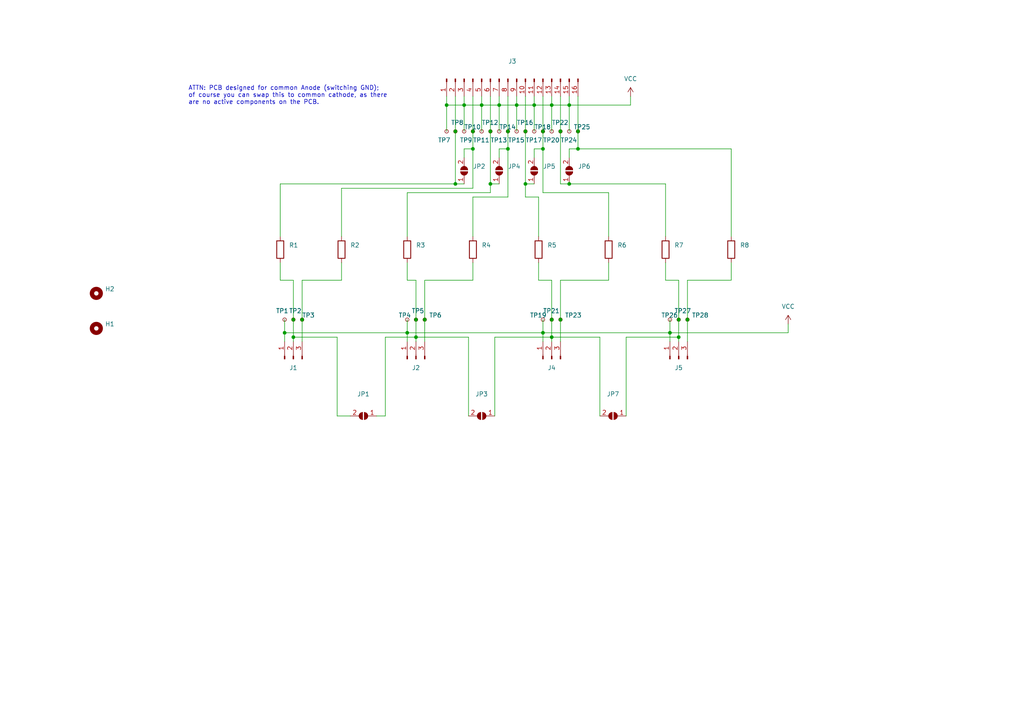
<source format=kicad_sch>
(kicad_sch (version 20211123) (generator eeschema)

  (uuid e63e39d7-6ac0-4ffd-8aa3-1841a4541b55)

  (paper "A4")

  (lib_symbols
    (symbol "Connector:Conn_01x03_Male" (pin_names (offset 1.016) hide) (in_bom yes) (on_board yes)
      (property "Reference" "J" (id 0) (at 0 5.08 0)
        (effects (font (size 1.27 1.27)))
      )
      (property "Value" "Conn_01x03_Male" (id 1) (at 0 -5.08 0)
        (effects (font (size 1.27 1.27)))
      )
      (property "Footprint" "" (id 2) (at 0 0 0)
        (effects (font (size 1.27 1.27)) hide)
      )
      (property "Datasheet" "~" (id 3) (at 0 0 0)
        (effects (font (size 1.27 1.27)) hide)
      )
      (property "ki_keywords" "connector" (id 4) (at 0 0 0)
        (effects (font (size 1.27 1.27)) hide)
      )
      (property "ki_description" "Generic connector, single row, 01x03, script generated (kicad-library-utils/schlib/autogen/connector/)" (id 5) (at 0 0 0)
        (effects (font (size 1.27 1.27)) hide)
      )
      (property "ki_fp_filters" "Connector*:*_1x??_*" (id 6) (at 0 0 0)
        (effects (font (size 1.27 1.27)) hide)
      )
      (symbol "Conn_01x03_Male_1_1"
        (polyline
          (pts
            (xy 1.27 -2.54)
            (xy 0.8636 -2.54)
          )
          (stroke (width 0.1524) (type default) (color 0 0 0 0))
          (fill (type none))
        )
        (polyline
          (pts
            (xy 1.27 0)
            (xy 0.8636 0)
          )
          (stroke (width 0.1524) (type default) (color 0 0 0 0))
          (fill (type none))
        )
        (polyline
          (pts
            (xy 1.27 2.54)
            (xy 0.8636 2.54)
          )
          (stroke (width 0.1524) (type default) (color 0 0 0 0))
          (fill (type none))
        )
        (rectangle (start 0.8636 -2.413) (end 0 -2.667)
          (stroke (width 0.1524) (type default) (color 0 0 0 0))
          (fill (type outline))
        )
        (rectangle (start 0.8636 0.127) (end 0 -0.127)
          (stroke (width 0.1524) (type default) (color 0 0 0 0))
          (fill (type outline))
        )
        (rectangle (start 0.8636 2.667) (end 0 2.413)
          (stroke (width 0.1524) (type default) (color 0 0 0 0))
          (fill (type outline))
        )
        (pin passive line (at 5.08 2.54 180) (length 3.81)
          (name "Pin_1" (effects (font (size 1.27 1.27))))
          (number "1" (effects (font (size 1.27 1.27))))
        )
        (pin passive line (at 5.08 0 180) (length 3.81)
          (name "Pin_2" (effects (font (size 1.27 1.27))))
          (number "2" (effects (font (size 1.27 1.27))))
        )
        (pin passive line (at 5.08 -2.54 180) (length 3.81)
          (name "Pin_3" (effects (font (size 1.27 1.27))))
          (number "3" (effects (font (size 1.27 1.27))))
        )
      )
    )
    (symbol "Connector:Conn_01x16_Male" (pin_names (offset 1.016) hide) (in_bom yes) (on_board yes)
      (property "Reference" "J" (id 0) (at 0 20.32 0)
        (effects (font (size 1.27 1.27)))
      )
      (property "Value" "Conn_01x16_Male" (id 1) (at 0 -22.86 0)
        (effects (font (size 1.27 1.27)))
      )
      (property "Footprint" "" (id 2) (at 0 0 0)
        (effects (font (size 1.27 1.27)) hide)
      )
      (property "Datasheet" "~" (id 3) (at 0 0 0)
        (effects (font (size 1.27 1.27)) hide)
      )
      (property "ki_keywords" "connector" (id 4) (at 0 0 0)
        (effects (font (size 1.27 1.27)) hide)
      )
      (property "ki_description" "Generic connector, single row, 01x16, script generated (kicad-library-utils/schlib/autogen/connector/)" (id 5) (at 0 0 0)
        (effects (font (size 1.27 1.27)) hide)
      )
      (property "ki_fp_filters" "Connector*:*_1x??_*" (id 6) (at 0 0 0)
        (effects (font (size 1.27 1.27)) hide)
      )
      (symbol "Conn_01x16_Male_1_1"
        (polyline
          (pts
            (xy 1.27 -20.32)
            (xy 0.8636 -20.32)
          )
          (stroke (width 0.1524) (type default) (color 0 0 0 0))
          (fill (type none))
        )
        (polyline
          (pts
            (xy 1.27 -17.78)
            (xy 0.8636 -17.78)
          )
          (stroke (width 0.1524) (type default) (color 0 0 0 0))
          (fill (type none))
        )
        (polyline
          (pts
            (xy 1.27 -15.24)
            (xy 0.8636 -15.24)
          )
          (stroke (width 0.1524) (type default) (color 0 0 0 0))
          (fill (type none))
        )
        (polyline
          (pts
            (xy 1.27 -12.7)
            (xy 0.8636 -12.7)
          )
          (stroke (width 0.1524) (type default) (color 0 0 0 0))
          (fill (type none))
        )
        (polyline
          (pts
            (xy 1.27 -10.16)
            (xy 0.8636 -10.16)
          )
          (stroke (width 0.1524) (type default) (color 0 0 0 0))
          (fill (type none))
        )
        (polyline
          (pts
            (xy 1.27 -7.62)
            (xy 0.8636 -7.62)
          )
          (stroke (width 0.1524) (type default) (color 0 0 0 0))
          (fill (type none))
        )
        (polyline
          (pts
            (xy 1.27 -5.08)
            (xy 0.8636 -5.08)
          )
          (stroke (width 0.1524) (type default) (color 0 0 0 0))
          (fill (type none))
        )
        (polyline
          (pts
            (xy 1.27 -2.54)
            (xy 0.8636 -2.54)
          )
          (stroke (width 0.1524) (type default) (color 0 0 0 0))
          (fill (type none))
        )
        (polyline
          (pts
            (xy 1.27 0)
            (xy 0.8636 0)
          )
          (stroke (width 0.1524) (type default) (color 0 0 0 0))
          (fill (type none))
        )
        (polyline
          (pts
            (xy 1.27 2.54)
            (xy 0.8636 2.54)
          )
          (stroke (width 0.1524) (type default) (color 0 0 0 0))
          (fill (type none))
        )
        (polyline
          (pts
            (xy 1.27 5.08)
            (xy 0.8636 5.08)
          )
          (stroke (width 0.1524) (type default) (color 0 0 0 0))
          (fill (type none))
        )
        (polyline
          (pts
            (xy 1.27 7.62)
            (xy 0.8636 7.62)
          )
          (stroke (width 0.1524) (type default) (color 0 0 0 0))
          (fill (type none))
        )
        (polyline
          (pts
            (xy 1.27 10.16)
            (xy 0.8636 10.16)
          )
          (stroke (width 0.1524) (type default) (color 0 0 0 0))
          (fill (type none))
        )
        (polyline
          (pts
            (xy 1.27 12.7)
            (xy 0.8636 12.7)
          )
          (stroke (width 0.1524) (type default) (color 0 0 0 0))
          (fill (type none))
        )
        (polyline
          (pts
            (xy 1.27 15.24)
            (xy 0.8636 15.24)
          )
          (stroke (width 0.1524) (type default) (color 0 0 0 0))
          (fill (type none))
        )
        (polyline
          (pts
            (xy 1.27 17.78)
            (xy 0.8636 17.78)
          )
          (stroke (width 0.1524) (type default) (color 0 0 0 0))
          (fill (type none))
        )
        (rectangle (start 0.8636 -20.193) (end 0 -20.447)
          (stroke (width 0.1524) (type default) (color 0 0 0 0))
          (fill (type outline))
        )
        (rectangle (start 0.8636 -17.653) (end 0 -17.907)
          (stroke (width 0.1524) (type default) (color 0 0 0 0))
          (fill (type outline))
        )
        (rectangle (start 0.8636 -15.113) (end 0 -15.367)
          (stroke (width 0.1524) (type default) (color 0 0 0 0))
          (fill (type outline))
        )
        (rectangle (start 0.8636 -12.573) (end 0 -12.827)
          (stroke (width 0.1524) (type default) (color 0 0 0 0))
          (fill (type outline))
        )
        (rectangle (start 0.8636 -10.033) (end 0 -10.287)
          (stroke (width 0.1524) (type default) (color 0 0 0 0))
          (fill (type outline))
        )
        (rectangle (start 0.8636 -7.493) (end 0 -7.747)
          (stroke (width 0.1524) (type default) (color 0 0 0 0))
          (fill (type outline))
        )
        (rectangle (start 0.8636 -4.953) (end 0 -5.207)
          (stroke (width 0.1524) (type default) (color 0 0 0 0))
          (fill (type outline))
        )
        (rectangle (start 0.8636 -2.413) (end 0 -2.667)
          (stroke (width 0.1524) (type default) (color 0 0 0 0))
          (fill (type outline))
        )
        (rectangle (start 0.8636 0.127) (end 0 -0.127)
          (stroke (width 0.1524) (type default) (color 0 0 0 0))
          (fill (type outline))
        )
        (rectangle (start 0.8636 2.667) (end 0 2.413)
          (stroke (width 0.1524) (type default) (color 0 0 0 0))
          (fill (type outline))
        )
        (rectangle (start 0.8636 5.207) (end 0 4.953)
          (stroke (width 0.1524) (type default) (color 0 0 0 0))
          (fill (type outline))
        )
        (rectangle (start 0.8636 7.747) (end 0 7.493)
          (stroke (width 0.1524) (type default) (color 0 0 0 0))
          (fill (type outline))
        )
        (rectangle (start 0.8636 10.287) (end 0 10.033)
          (stroke (width 0.1524) (type default) (color 0 0 0 0))
          (fill (type outline))
        )
        (rectangle (start 0.8636 12.827) (end 0 12.573)
          (stroke (width 0.1524) (type default) (color 0 0 0 0))
          (fill (type outline))
        )
        (rectangle (start 0.8636 15.367) (end 0 15.113)
          (stroke (width 0.1524) (type default) (color 0 0 0 0))
          (fill (type outline))
        )
        (rectangle (start 0.8636 17.907) (end 0 17.653)
          (stroke (width 0.1524) (type default) (color 0 0 0 0))
          (fill (type outline))
        )
        (pin passive line (at 5.08 17.78 180) (length 3.81)
          (name "Pin_1" (effects (font (size 1.27 1.27))))
          (number "1" (effects (font (size 1.27 1.27))))
        )
        (pin passive line (at 5.08 -5.08 180) (length 3.81)
          (name "Pin_10" (effects (font (size 1.27 1.27))))
          (number "10" (effects (font (size 1.27 1.27))))
        )
        (pin passive line (at 5.08 -7.62 180) (length 3.81)
          (name "Pin_11" (effects (font (size 1.27 1.27))))
          (number "11" (effects (font (size 1.27 1.27))))
        )
        (pin passive line (at 5.08 -10.16 180) (length 3.81)
          (name "Pin_12" (effects (font (size 1.27 1.27))))
          (number "12" (effects (font (size 1.27 1.27))))
        )
        (pin passive line (at 5.08 -12.7 180) (length 3.81)
          (name "Pin_13" (effects (font (size 1.27 1.27))))
          (number "13" (effects (font (size 1.27 1.27))))
        )
        (pin passive line (at 5.08 -15.24 180) (length 3.81)
          (name "Pin_14" (effects (font (size 1.27 1.27))))
          (number "14" (effects (font (size 1.27 1.27))))
        )
        (pin passive line (at 5.08 -17.78 180) (length 3.81)
          (name "Pin_15" (effects (font (size 1.27 1.27))))
          (number "15" (effects (font (size 1.27 1.27))))
        )
        (pin passive line (at 5.08 -20.32 180) (length 3.81)
          (name "Pin_16" (effects (font (size 1.27 1.27))))
          (number "16" (effects (font (size 1.27 1.27))))
        )
        (pin passive line (at 5.08 15.24 180) (length 3.81)
          (name "Pin_2" (effects (font (size 1.27 1.27))))
          (number "2" (effects (font (size 1.27 1.27))))
        )
        (pin passive line (at 5.08 12.7 180) (length 3.81)
          (name "Pin_3" (effects (font (size 1.27 1.27))))
          (number "3" (effects (font (size 1.27 1.27))))
        )
        (pin passive line (at 5.08 10.16 180) (length 3.81)
          (name "Pin_4" (effects (font (size 1.27 1.27))))
          (number "4" (effects (font (size 1.27 1.27))))
        )
        (pin passive line (at 5.08 7.62 180) (length 3.81)
          (name "Pin_5" (effects (font (size 1.27 1.27))))
          (number "5" (effects (font (size 1.27 1.27))))
        )
        (pin passive line (at 5.08 5.08 180) (length 3.81)
          (name "Pin_6" (effects (font (size 1.27 1.27))))
          (number "6" (effects (font (size 1.27 1.27))))
        )
        (pin passive line (at 5.08 2.54 180) (length 3.81)
          (name "Pin_7" (effects (font (size 1.27 1.27))))
          (number "7" (effects (font (size 1.27 1.27))))
        )
        (pin passive line (at 5.08 0 180) (length 3.81)
          (name "Pin_8" (effects (font (size 1.27 1.27))))
          (number "8" (effects (font (size 1.27 1.27))))
        )
        (pin passive line (at 5.08 -2.54 180) (length 3.81)
          (name "Pin_9" (effects (font (size 1.27 1.27))))
          (number "9" (effects (font (size 1.27 1.27))))
        )
      )
    )
    (symbol "Connector:TestPoint_Small" (pin_numbers hide) (pin_names (offset 0.762) hide) (in_bom yes) (on_board yes)
      (property "Reference" "TP" (id 0) (at 0 3.81 0)
        (effects (font (size 1.27 1.27)))
      )
      (property "Value" "TestPoint_Small" (id 1) (at 0 2.032 0)
        (effects (font (size 1.27 1.27)))
      )
      (property "Footprint" "" (id 2) (at 5.08 0 0)
        (effects (font (size 1.27 1.27)) hide)
      )
      (property "Datasheet" "~" (id 3) (at 5.08 0 0)
        (effects (font (size 1.27 1.27)) hide)
      )
      (property "ki_keywords" "test point tp" (id 4) (at 0 0 0)
        (effects (font (size 1.27 1.27)) hide)
      )
      (property "ki_description" "test point" (id 5) (at 0 0 0)
        (effects (font (size 1.27 1.27)) hide)
      )
      (property "ki_fp_filters" "Pin* Test*" (id 6) (at 0 0 0)
        (effects (font (size 1.27 1.27)) hide)
      )
      (symbol "TestPoint_Small_0_1"
        (circle (center 0 0) (radius 0.508)
          (stroke (width 0) (type default) (color 0 0 0 0))
          (fill (type none))
        )
      )
      (symbol "TestPoint_Small_1_1"
        (pin passive line (at 0 0 90) (length 0)
          (name "1" (effects (font (size 1.27 1.27))))
          (number "1" (effects (font (size 1.27 1.27))))
        )
      )
    )
    (symbol "Device:R" (pin_numbers hide) (pin_names (offset 0)) (in_bom yes) (on_board yes)
      (property "Reference" "R" (id 0) (at 2.032 0 90)
        (effects (font (size 1.27 1.27)))
      )
      (property "Value" "R" (id 1) (at 0 0 90)
        (effects (font (size 1.27 1.27)))
      )
      (property "Footprint" "" (id 2) (at -1.778 0 90)
        (effects (font (size 1.27 1.27)) hide)
      )
      (property "Datasheet" "~" (id 3) (at 0 0 0)
        (effects (font (size 1.27 1.27)) hide)
      )
      (property "ki_keywords" "R res resistor" (id 4) (at 0 0 0)
        (effects (font (size 1.27 1.27)) hide)
      )
      (property "ki_description" "Resistor" (id 5) (at 0 0 0)
        (effects (font (size 1.27 1.27)) hide)
      )
      (property "ki_fp_filters" "R_*" (id 6) (at 0 0 0)
        (effects (font (size 1.27 1.27)) hide)
      )
      (symbol "R_0_1"
        (rectangle (start -1.016 -2.54) (end 1.016 2.54)
          (stroke (width 0.254) (type default) (color 0 0 0 0))
          (fill (type none))
        )
      )
      (symbol "R_1_1"
        (pin passive line (at 0 3.81 270) (length 1.27)
          (name "~" (effects (font (size 1.27 1.27))))
          (number "1" (effects (font (size 1.27 1.27))))
        )
        (pin passive line (at 0 -3.81 90) (length 1.27)
          (name "~" (effects (font (size 1.27 1.27))))
          (number "2" (effects (font (size 1.27 1.27))))
        )
      )
    )
    (symbol "Jumper:SolderJumper_2_Open" (pin_names (offset 0) hide) (in_bom yes) (on_board yes)
      (property "Reference" "JP" (id 0) (at 0 2.032 0)
        (effects (font (size 1.27 1.27)))
      )
      (property "Value" "SolderJumper_2_Open" (id 1) (at 0 -2.54 0)
        (effects (font (size 1.27 1.27)))
      )
      (property "Footprint" "" (id 2) (at 0 0 0)
        (effects (font (size 1.27 1.27)) hide)
      )
      (property "Datasheet" "~" (id 3) (at 0 0 0)
        (effects (font (size 1.27 1.27)) hide)
      )
      (property "ki_keywords" "solder jumper SPST" (id 4) (at 0 0 0)
        (effects (font (size 1.27 1.27)) hide)
      )
      (property "ki_description" "Solder Jumper, 2-pole, open" (id 5) (at 0 0 0)
        (effects (font (size 1.27 1.27)) hide)
      )
      (property "ki_fp_filters" "SolderJumper*Open*" (id 6) (at 0 0 0)
        (effects (font (size 1.27 1.27)) hide)
      )
      (symbol "SolderJumper_2_Open_0_1"
        (arc (start -0.254 1.016) (mid -1.27 0) (end -0.254 -1.016)
          (stroke (width 0) (type default) (color 0 0 0 0))
          (fill (type none))
        )
        (arc (start -0.254 1.016) (mid -1.27 0) (end -0.254 -1.016)
          (stroke (width 0) (type default) (color 0 0 0 0))
          (fill (type outline))
        )
        (polyline
          (pts
            (xy -0.254 1.016)
            (xy -0.254 -1.016)
          )
          (stroke (width 0) (type default) (color 0 0 0 0))
          (fill (type none))
        )
        (polyline
          (pts
            (xy 0.254 1.016)
            (xy 0.254 -1.016)
          )
          (stroke (width 0) (type default) (color 0 0 0 0))
          (fill (type none))
        )
        (arc (start 0.254 -1.016) (mid 1.27 0) (end 0.254 1.016)
          (stroke (width 0) (type default) (color 0 0 0 0))
          (fill (type none))
        )
        (arc (start 0.254 -1.016) (mid 1.27 0) (end 0.254 1.016)
          (stroke (width 0) (type default) (color 0 0 0 0))
          (fill (type outline))
        )
      )
      (symbol "SolderJumper_2_Open_1_1"
        (pin passive line (at -3.81 0 0) (length 2.54)
          (name "A" (effects (font (size 1.27 1.27))))
          (number "1" (effects (font (size 1.27 1.27))))
        )
        (pin passive line (at 3.81 0 180) (length 2.54)
          (name "B" (effects (font (size 1.27 1.27))))
          (number "2" (effects (font (size 1.27 1.27))))
        )
      )
    )
    (symbol "Mechanical:MountingHole" (pin_names (offset 1.016)) (in_bom yes) (on_board yes)
      (property "Reference" "H" (id 0) (at 0 5.08 0)
        (effects (font (size 1.27 1.27)))
      )
      (property "Value" "MountingHole" (id 1) (at 0 3.175 0)
        (effects (font (size 1.27 1.27)))
      )
      (property "Footprint" "" (id 2) (at 0 0 0)
        (effects (font (size 1.27 1.27)) hide)
      )
      (property "Datasheet" "~" (id 3) (at 0 0 0)
        (effects (font (size 1.27 1.27)) hide)
      )
      (property "ki_keywords" "mounting hole" (id 4) (at 0 0 0)
        (effects (font (size 1.27 1.27)) hide)
      )
      (property "ki_description" "Mounting Hole without connection" (id 5) (at 0 0 0)
        (effects (font (size 1.27 1.27)) hide)
      )
      (property "ki_fp_filters" "MountingHole*" (id 6) (at 0 0 0)
        (effects (font (size 1.27 1.27)) hide)
      )
      (symbol "MountingHole_0_1"
        (circle (center 0 0) (radius 1.27)
          (stroke (width 1.27) (type default) (color 0 0 0 0))
          (fill (type none))
        )
      )
    )
    (symbol "power:VCC" (power) (pin_names (offset 0)) (in_bom yes) (on_board yes)
      (property "Reference" "#PWR" (id 0) (at 0 -3.81 0)
        (effects (font (size 1.27 1.27)) hide)
      )
      (property "Value" "VCC" (id 1) (at 0 3.81 0)
        (effects (font (size 1.27 1.27)))
      )
      (property "Footprint" "" (id 2) (at 0 0 0)
        (effects (font (size 1.27 1.27)) hide)
      )
      (property "Datasheet" "" (id 3) (at 0 0 0)
        (effects (font (size 1.27 1.27)) hide)
      )
      (property "ki_keywords" "power-flag" (id 4) (at 0 0 0)
        (effects (font (size 1.27 1.27)) hide)
      )
      (property "ki_description" "Power symbol creates a global label with name \"VCC\"" (id 5) (at 0 0 0)
        (effects (font (size 1.27 1.27)) hide)
      )
      (symbol "VCC_0_1"
        (polyline
          (pts
            (xy -0.762 1.27)
            (xy 0 2.54)
          )
          (stroke (width 0) (type default) (color 0 0 0 0))
          (fill (type none))
        )
        (polyline
          (pts
            (xy 0 0)
            (xy 0 2.54)
          )
          (stroke (width 0) (type default) (color 0 0 0 0))
          (fill (type none))
        )
        (polyline
          (pts
            (xy 0 2.54)
            (xy 0.762 1.27)
          )
          (stroke (width 0) (type default) (color 0 0 0 0))
          (fill (type none))
        )
      )
      (symbol "VCC_1_1"
        (pin power_in line (at 0 0 90) (length 0) hide
          (name "VCC" (effects (font (size 1.27 1.27))))
          (number "1" (effects (font (size 1.27 1.27))))
        )
      )
    )
  )

  (junction (at 165.1 30.48) (diameter 0) (color 0 0 0 0)
    (uuid 0837e0b2-e8d2-4752-a858-27af751227ff)
  )
  (junction (at 85.09 92.71) (diameter 0) (color 0 0 0 0)
    (uuid 093b6c18-e4a2-4f6c-8a67-20db998550e7)
  )
  (junction (at 120.65 92.71) (diameter 0) (color 0 0 0 0)
    (uuid 09c2bb46-a948-49a6-be3a-2a8f984241aa)
  )
  (junction (at 196.85 92.71) (diameter 0) (color 0 0 0 0)
    (uuid 0de70a1e-64b6-4daf-951d-14958c7df711)
  )
  (junction (at 123.19 92.71) (diameter 0) (color 0 0 0 0)
    (uuid 0fd23be8-019b-4a9a-9807-7129f010d35b)
  )
  (junction (at 82.55 96.52) (diameter 0) (color 0 0 0 0)
    (uuid 11d9f1be-f2bf-42f8-a658-03413d86d96a)
  )
  (junction (at 196.85 97.79) (diameter 0) (color 0 0 0 0)
    (uuid 1ae7539b-adee-4451-888b-2bf9a33e4984)
  )
  (junction (at 157.48 38.1) (diameter 0) (color 0 0 0 0)
    (uuid 20fa1188-fc9c-4c2e-9f43-c2013c5b7750)
  )
  (junction (at 142.24 53.34) (diameter 0) (color 0 0 0 0)
    (uuid 25be72d2-2e9f-42dd-af7a-56da5a089254)
  )
  (junction (at 167.64 38.1) (diameter 0) (color 0 0 0 0)
    (uuid 2af511a1-010f-4dad-8eb6-da687fc60877)
  )
  (junction (at 162.56 92.71) (diameter 0) (color 0 0 0 0)
    (uuid 2f700710-7455-45bb-9795-73cc94bc73ff)
  )
  (junction (at 157.48 96.52) (diameter 0) (color 0 0 0 0)
    (uuid 3226b6bd-c8f2-4b15-a10a-d43df37b02fa)
  )
  (junction (at 160.02 97.79) (diameter 0) (color 0 0 0 0)
    (uuid 3c04d99a-9b7f-4be0-80e0-cc3a8799a1fe)
  )
  (junction (at 137.16 38.1) (diameter 0) (color 0 0 0 0)
    (uuid 54199441-e3ea-4835-963e-30bf5615b037)
  )
  (junction (at 157.48 43.18) (diameter 0) (color 0 0 0 0)
    (uuid 58632a8a-494f-4ae4-bd34-6d53e0be6791)
  )
  (junction (at 165.1 53.34) (diameter 0) (color 0 0 0 0)
    (uuid 5b674534-dbf7-4b33-888c-8c75ce6be03e)
  )
  (junction (at 132.08 38.1) (diameter 0) (color 0 0 0 0)
    (uuid 68b34e2c-c4e8-4f31-975b-ab5a0cb736af)
  )
  (junction (at 147.32 43.18) (diameter 0) (color 0 0 0 0)
    (uuid 6c6557f8-85f3-4c99-af0d-6b4d8ebbac9c)
  )
  (junction (at 194.31 96.52) (diameter 0) (color 0 0 0 0)
    (uuid 6ee1f632-71eb-4cb2-b990-33c62bdf86fe)
  )
  (junction (at 118.11 96.52) (diameter 0) (color 0 0 0 0)
    (uuid 77451359-9c22-408d-990f-4b0265234464)
  )
  (junction (at 134.62 30.48) (diameter 0) (color 0 0 0 0)
    (uuid 7b592843-973b-4a51-9ea1-303e0bc7376f)
  )
  (junction (at 152.4 38.1) (diameter 0) (color 0 0 0 0)
    (uuid 860b174f-de6b-4e1e-a74d-da0ac9932a06)
  )
  (junction (at 160.02 92.71) (diameter 0) (color 0 0 0 0)
    (uuid 88598404-5e42-4d89-920d-505ab38e59ac)
  )
  (junction (at 120.65 97.79) (diameter 0) (color 0 0 0 0)
    (uuid 8a78a1d7-f256-42e0-b6a6-d21c36ea6421)
  )
  (junction (at 147.32 38.1) (diameter 0) (color 0 0 0 0)
    (uuid 99275279-814f-430d-a643-1008085183ee)
  )
  (junction (at 85.09 97.79) (diameter 0) (color 0 0 0 0)
    (uuid 99546515-e1be-4f3d-be9a-315b0b99f4ea)
  )
  (junction (at 199.39 92.71) (diameter 0) (color 0 0 0 0)
    (uuid 9eaca63a-1452-434c-9f12-996009e1aa4a)
  )
  (junction (at 167.64 43.18) (diameter 0) (color 0 0 0 0)
    (uuid a3932d00-7c99-44f6-97c4-02b431e7e356)
  )
  (junction (at 142.24 38.1) (diameter 0) (color 0 0 0 0)
    (uuid ad0a96ed-3505-42ff-acfd-eb1672aeec0e)
  )
  (junction (at 129.54 30.48) (diameter 0) (color 0 0 0 0)
    (uuid b01b91bd-3510-4e5e-b40d-14e2aedfefe4)
  )
  (junction (at 137.16 43.18) (diameter 0) (color 0 0 0 0)
    (uuid b0285453-c479-4f69-9553-0877bfdae8a2)
  )
  (junction (at 132.08 53.34) (diameter 0) (color 0 0 0 0)
    (uuid b828ac94-beb8-431a-b21c-5e3b676ac4f6)
  )
  (junction (at 152.4 53.34) (diameter 0) (color 0 0 0 0)
    (uuid b9e3610f-fb72-46c2-bc58-fb810c353073)
  )
  (junction (at 162.56 38.1) (diameter 0) (color 0 0 0 0)
    (uuid c5c830df-6501-4967-955d-5f09fcb76d6d)
  )
  (junction (at 139.7 30.48) (diameter 0) (color 0 0 0 0)
    (uuid d47678df-3140-4dd5-a997-f54b1f9553ae)
  )
  (junction (at 87.63 92.71) (diameter 0) (color 0 0 0 0)
    (uuid dba0a9c8-a4ec-4637-83f2-390eb78219b2)
  )
  (junction (at 144.78 30.48) (diameter 0) (color 0 0 0 0)
    (uuid dc19096a-47e9-459c-a0ac-b0115770d9a3)
  )
  (junction (at 149.86 30.48) (diameter 0) (color 0 0 0 0)
    (uuid ec0d92e4-f083-4484-b785-ee3e327e2f4f)
  )
  (junction (at 154.94 30.48) (diameter 0) (color 0 0 0 0)
    (uuid f581cfe2-12b6-4b67-a32e-848b953c4208)
  )
  (junction (at 160.02 30.48) (diameter 0) (color 0 0 0 0)
    (uuid fd9f55c9-5341-4698-a186-9f1f9857fbac)
  )

  (wire (pts (xy 165.1 27.94) (xy 165.1 30.48))
    (stroke (width 0) (type default) (color 0 0 0 0))
    (uuid 01a80560-017e-4373-bbc7-925046169529)
  )
  (wire (pts (xy 129.54 27.94) (xy 129.54 30.48))
    (stroke (width 0) (type default) (color 0 0 0 0))
    (uuid 033c2406-bc83-419f-9d8d-244bf06ff82f)
  )
  (wire (pts (xy 87.63 92.71) (xy 87.63 99.06))
    (stroke (width 0) (type default) (color 0 0 0 0))
    (uuid 0703927b-1afb-4c04-bda5-b0afdbf52872)
  )
  (wire (pts (xy 212.09 68.58) (xy 212.09 43.18))
    (stroke (width 0) (type default) (color 0 0 0 0))
    (uuid 0770b1ed-5817-4236-ad5e-e5ac0ac0479c)
  )
  (wire (pts (xy 135.89 97.79) (xy 135.89 120.65))
    (stroke (width 0) (type default) (color 0 0 0 0))
    (uuid 099a700f-dbcb-4dc5-83a0-eb262e233511)
  )
  (wire (pts (xy 82.55 92.71) (xy 82.55 96.52))
    (stroke (width 0) (type default) (color 0 0 0 0))
    (uuid 0b6d3b20-6121-4097-875f-871dd0661b86)
  )
  (wire (pts (xy 194.31 96.52) (xy 194.31 99.06))
    (stroke (width 0) (type default) (color 0 0 0 0))
    (uuid 0cfa02bd-fd5c-481c-a58d-382b3a1d3d68)
  )
  (wire (pts (xy 137.16 68.58) (xy 137.16 57.15))
    (stroke (width 0) (type default) (color 0 0 0 0))
    (uuid 0eee476c-bf5d-43d4-afec-e58baf078a6e)
  )
  (wire (pts (xy 167.64 43.18) (xy 167.64 38.1))
    (stroke (width 0) (type default) (color 0 0 0 0))
    (uuid 0fea9db7-32b7-469f-9960-25a459b73c25)
  )
  (wire (pts (xy 157.48 96.52) (xy 157.48 99.06))
    (stroke (width 0) (type default) (color 0 0 0 0))
    (uuid 16248d67-6e9e-4a56-b784-8e62360491fd)
  )
  (wire (pts (xy 147.32 27.94) (xy 147.32 38.1))
    (stroke (width 0) (type default) (color 0 0 0 0))
    (uuid 163e3f4f-a4fe-4d3d-a315-e785ed93087a)
  )
  (wire (pts (xy 85.09 97.79) (xy 85.09 99.06))
    (stroke (width 0) (type default) (color 0 0 0 0))
    (uuid 16dee014-b576-4aa6-9ec2-e8d6fdfdf570)
  )
  (wire (pts (xy 99.06 54.61) (xy 137.16 54.61))
    (stroke (width 0) (type default) (color 0 0 0 0))
    (uuid 17f60cbd-00e6-4c69-bc76-80def20d9464)
  )
  (wire (pts (xy 144.78 30.48) (xy 144.78 38.1))
    (stroke (width 0) (type default) (color 0 0 0 0))
    (uuid 18f2fb14-c87c-4191-a45a-ec74cc07a883)
  )
  (wire (pts (xy 167.64 27.94) (xy 167.64 38.1))
    (stroke (width 0) (type default) (color 0 0 0 0))
    (uuid 1904d750-7ef3-4aae-8496-f9ac9591c5fc)
  )
  (wire (pts (xy 120.65 92.71) (xy 120.65 97.79))
    (stroke (width 0) (type default) (color 0 0 0 0))
    (uuid 1a97bfdb-824c-49b0-bdb5-d3b8f66ac8eb)
  )
  (wire (pts (xy 118.11 96.52) (xy 157.48 96.52))
    (stroke (width 0) (type default) (color 0 0 0 0))
    (uuid 1b16f1d6-26d9-48bf-8b95-7050701d8cee)
  )
  (wire (pts (xy 85.09 92.71) (xy 85.09 97.79))
    (stroke (width 0) (type default) (color 0 0 0 0))
    (uuid 1cf56b5f-9340-4d83-bd19-51684ff701ee)
  )
  (wire (pts (xy 118.11 92.71) (xy 118.11 96.52))
    (stroke (width 0) (type default) (color 0 0 0 0))
    (uuid 1f92bed2-89a8-41c9-b068-d1372bdda73f)
  )
  (wire (pts (xy 132.08 53.34) (xy 134.62 53.34))
    (stroke (width 0) (type default) (color 0 0 0 0))
    (uuid 1f9e10ba-c5e5-43d1-9140-3b42f0680819)
  )
  (wire (pts (xy 193.04 68.58) (xy 193.04 53.34))
    (stroke (width 0) (type default) (color 0 0 0 0))
    (uuid 28b92e1b-28db-4f71-989b-2a0b686ab091)
  )
  (wire (pts (xy 137.16 27.94) (xy 137.16 38.1))
    (stroke (width 0) (type default) (color 0 0 0 0))
    (uuid 29a34c30-cf10-4ad9-bf22-93f2dd32ace4)
  )
  (wire (pts (xy 82.55 99.06) (xy 82.55 96.52))
    (stroke (width 0) (type default) (color 0 0 0 0))
    (uuid 29c6dd27-db60-493e-b821-ec1be2936cea)
  )
  (wire (pts (xy 134.62 45.72) (xy 134.62 43.18))
    (stroke (width 0) (type default) (color 0 0 0 0))
    (uuid 2a7b1cec-9b65-4c61-8af9-3dcf4fd0b915)
  )
  (wire (pts (xy 134.62 27.94) (xy 134.62 30.48))
    (stroke (width 0) (type default) (color 0 0 0 0))
    (uuid 2ac7efca-4671-44ad-b044-5a77d786bc25)
  )
  (wire (pts (xy 176.53 68.58) (xy 176.53 55.88))
    (stroke (width 0) (type default) (color 0 0 0 0))
    (uuid 2b38c485-bc29-40b8-b79f-bf32ac2cf168)
  )
  (wire (pts (xy 228.6 93.98) (xy 228.6 96.52))
    (stroke (width 0) (type default) (color 0 0 0 0))
    (uuid 2cfe946b-ef42-4712-aba1-8371f5f81b04)
  )
  (wire (pts (xy 212.09 81.28) (xy 212.09 76.2))
    (stroke (width 0) (type default) (color 0 0 0 0))
    (uuid 2d615fcf-c993-47f4-8b56-ddee2e407283)
  )
  (wire (pts (xy 137.16 43.18) (xy 137.16 38.1))
    (stroke (width 0) (type default) (color 0 0 0 0))
    (uuid 33875257-5fd9-4380-a018-302b2e7a2610)
  )
  (wire (pts (xy 149.86 30.48) (xy 154.94 30.48))
    (stroke (width 0) (type default) (color 0 0 0 0))
    (uuid 352147f7-07b8-4e2f-a343-91e57d172aa2)
  )
  (wire (pts (xy 160.02 30.48) (xy 165.1 30.48))
    (stroke (width 0) (type default) (color 0 0 0 0))
    (uuid 35b916fd-bef2-46d2-b97e-9822f843f1f1)
  )
  (wire (pts (xy 129.54 30.48) (xy 129.54 38.1))
    (stroke (width 0) (type default) (color 0 0 0 0))
    (uuid 3718d759-bfe8-4fe9-8bf9-5360907b2e83)
  )
  (wire (pts (xy 165.1 30.48) (xy 182.88 30.48))
    (stroke (width 0) (type default) (color 0 0 0 0))
    (uuid 374e3a64-114e-4116-862f-fabeb39d38be)
  )
  (wire (pts (xy 132.08 27.94) (xy 132.08 38.1))
    (stroke (width 0) (type default) (color 0 0 0 0))
    (uuid 37ea1b7e-6c2c-4d89-ad33-67337d2ff7a2)
  )
  (wire (pts (xy 181.61 120.65) (xy 181.61 97.79))
    (stroke (width 0) (type default) (color 0 0 0 0))
    (uuid 380cde56-2853-4ce2-843b-f9c5be4a4ffb)
  )
  (wire (pts (xy 162.56 92.71) (xy 162.56 81.28))
    (stroke (width 0) (type default) (color 0 0 0 0))
    (uuid 3880f342-bb14-443f-a69e-4a94cd91d666)
  )
  (wire (pts (xy 99.06 81.28) (xy 99.06 76.2))
    (stroke (width 0) (type default) (color 0 0 0 0))
    (uuid 3a5f881a-07b6-4635-b957-e941b360c9a1)
  )
  (wire (pts (xy 134.62 30.48) (xy 134.62 38.1))
    (stroke (width 0) (type default) (color 0 0 0 0))
    (uuid 3b0b8bba-cd13-45c0-93af-8e64b4c12aa9)
  )
  (wire (pts (xy 157.48 92.71) (xy 157.48 96.52))
    (stroke (width 0) (type default) (color 0 0 0 0))
    (uuid 3c893081-8a7d-4c31-952e-54bbc77f8cc8)
  )
  (wire (pts (xy 181.61 97.79) (xy 196.85 97.79))
    (stroke (width 0) (type default) (color 0 0 0 0))
    (uuid 40ec9f20-87f0-478d-a99b-b9afa1266d9e)
  )
  (wire (pts (xy 142.24 38.1) (xy 142.24 53.34))
    (stroke (width 0) (type default) (color 0 0 0 0))
    (uuid 4147bf24-5c8e-488f-91bd-45a547de1ff3)
  )
  (wire (pts (xy 152.4 38.1) (xy 152.4 53.34))
    (stroke (width 0) (type default) (color 0 0 0 0))
    (uuid 485765ed-6e92-41c0-abdc-e2ab68176672)
  )
  (wire (pts (xy 176.53 81.28) (xy 176.53 76.2))
    (stroke (width 0) (type default) (color 0 0 0 0))
    (uuid 52a3ca0b-00c7-446c-b401-38f62c5945f1)
  )
  (wire (pts (xy 143.51 120.65) (xy 143.51 97.79))
    (stroke (width 0) (type default) (color 0 0 0 0))
    (uuid 52c63f33-b43c-4e82-8869-cf14806b2c81)
  )
  (wire (pts (xy 144.78 45.72) (xy 144.78 43.18))
    (stroke (width 0) (type default) (color 0 0 0 0))
    (uuid 53f2065f-2e18-4cf8-8be1-d6b4fb7098d6)
  )
  (wire (pts (xy 118.11 68.58) (xy 118.11 55.88))
    (stroke (width 0) (type default) (color 0 0 0 0))
    (uuid 59b6fa9c-575a-474e-a476-444b67bbadc3)
  )
  (wire (pts (xy 199.39 92.71) (xy 199.39 99.06))
    (stroke (width 0) (type default) (color 0 0 0 0))
    (uuid 5f75f952-b2fb-42cd-8134-a920b93dda7a)
  )
  (wire (pts (xy 162.56 92.71) (xy 162.56 99.06))
    (stroke (width 0) (type default) (color 0 0 0 0))
    (uuid 62d1740a-e3bb-4d66-ab1b-bb22d05439bf)
  )
  (wire (pts (xy 156.21 81.28) (xy 156.21 76.2))
    (stroke (width 0) (type default) (color 0 0 0 0))
    (uuid 685c5ae3-8ddc-4774-b4c6-b9cb3bf4c743)
  )
  (wire (pts (xy 85.09 97.79) (xy 97.79 97.79))
    (stroke (width 0) (type default) (color 0 0 0 0))
    (uuid 69833d53-e8ba-4191-ad2d-8d788e33c682)
  )
  (wire (pts (xy 147.32 57.15) (xy 147.32 43.18))
    (stroke (width 0) (type default) (color 0 0 0 0))
    (uuid 6c923bf0-0396-4c24-99c5-bc80c32be371)
  )
  (wire (pts (xy 134.62 30.48) (xy 139.7 30.48))
    (stroke (width 0) (type default) (color 0 0 0 0))
    (uuid 6dd5b611-d746-43d9-b103-bd134781f850)
  )
  (wire (pts (xy 193.04 81.28) (xy 193.04 76.2))
    (stroke (width 0) (type default) (color 0 0 0 0))
    (uuid 70b0bb82-e5bb-4e37-8438-bc5be16178cc)
  )
  (wire (pts (xy 173.99 97.79) (xy 173.99 120.65))
    (stroke (width 0) (type default) (color 0 0 0 0))
    (uuid 716fb259-fdc8-4a97-81d8-3512b7aebfb2)
  )
  (wire (pts (xy 194.31 96.52) (xy 228.6 96.52))
    (stroke (width 0) (type default) (color 0 0 0 0))
    (uuid 736e8327-a572-452e-85c2-4320a9faec9c)
  )
  (wire (pts (xy 97.79 97.79) (xy 97.79 120.65))
    (stroke (width 0) (type default) (color 0 0 0 0))
    (uuid 785d69c4-59a4-43b0-bd1c-7d9ba18b5ac6)
  )
  (wire (pts (xy 120.65 97.79) (xy 135.89 97.79))
    (stroke (width 0) (type default) (color 0 0 0 0))
    (uuid 7a5a3b9f-b64f-4a84-9ad4-da7faf5b62ff)
  )
  (wire (pts (xy 160.02 92.71) (xy 160.02 81.28))
    (stroke (width 0) (type default) (color 0 0 0 0))
    (uuid 7b1c4647-21d7-4f52-ab8f-c7663cb49607)
  )
  (wire (pts (xy 118.11 96.52) (xy 118.11 99.06))
    (stroke (width 0) (type default) (color 0 0 0 0))
    (uuid 7b7bd552-98cd-41a7-b715-3355e23498e7)
  )
  (wire (pts (xy 137.16 81.28) (xy 137.16 76.2))
    (stroke (width 0) (type default) (color 0 0 0 0))
    (uuid 7f0469da-f5ad-434a-91e8-73013549472d)
  )
  (wire (pts (xy 160.02 92.71) (xy 160.02 97.79))
    (stroke (width 0) (type default) (color 0 0 0 0))
    (uuid 7fb0a0d8-86eb-4fcc-9b6d-097aa20091db)
  )
  (wire (pts (xy 123.19 92.71) (xy 123.19 99.06))
    (stroke (width 0) (type default) (color 0 0 0 0))
    (uuid 803cff5b-8db9-4301-9127-f60febf81457)
  )
  (wire (pts (xy 123.19 81.28) (xy 137.16 81.28))
    (stroke (width 0) (type default) (color 0 0 0 0))
    (uuid 8094c737-ce12-4b53-b889-54d25df6b935)
  )
  (wire (pts (xy 87.63 92.71) (xy 87.63 81.28))
    (stroke (width 0) (type default) (color 0 0 0 0))
    (uuid 85011664-2ac8-49c9-a0a4-7b994104b7e6)
  )
  (wire (pts (xy 196.85 81.28) (xy 193.04 81.28))
    (stroke (width 0) (type default) (color 0 0 0 0))
    (uuid 86479148-4b30-4905-a913-4d654fd3101b)
  )
  (wire (pts (xy 87.63 81.28) (xy 99.06 81.28))
    (stroke (width 0) (type default) (color 0 0 0 0))
    (uuid 892fa2cc-00bf-4388-9a01-40ae75c04864)
  )
  (wire (pts (xy 199.39 92.71) (xy 199.39 81.28))
    (stroke (width 0) (type default) (color 0 0 0 0))
    (uuid 8a486f64-296f-4e16-8dc1-9c80657f96b6)
  )
  (wire (pts (xy 160.02 30.48) (xy 160.02 38.1))
    (stroke (width 0) (type default) (color 0 0 0 0))
    (uuid 8d0ea92c-96fa-4f27-9686-16708eecf6b5)
  )
  (wire (pts (xy 137.16 54.61) (xy 137.16 43.18))
    (stroke (width 0) (type default) (color 0 0 0 0))
    (uuid 91c0a5ee-89d8-4fbb-8642-6acb266df789)
  )
  (wire (pts (xy 199.39 81.28) (xy 212.09 81.28))
    (stroke (width 0) (type default) (color 0 0 0 0))
    (uuid 9419857c-2708-4155-861c-2f8eb2570626)
  )
  (wire (pts (xy 139.7 27.94) (xy 139.7 30.48))
    (stroke (width 0) (type default) (color 0 0 0 0))
    (uuid 964ac9e2-d5a8-49cc-9e17-6d20b36d8264)
  )
  (wire (pts (xy 149.86 27.94) (xy 149.86 30.48))
    (stroke (width 0) (type default) (color 0 0 0 0))
    (uuid 98543a39-4872-4bcc-830e-28a25cf469b7)
  )
  (wire (pts (xy 142.24 53.34) (xy 144.78 53.34))
    (stroke (width 0) (type default) (color 0 0 0 0))
    (uuid 98d8d1c1-c08e-4c50-9821-dbc5d7fb0cd3)
  )
  (wire (pts (xy 182.88 27.94) (xy 182.88 30.48))
    (stroke (width 0) (type default) (color 0 0 0 0))
    (uuid 9b0bda1f-93ea-48d2-bb02-69e4f0f2f483)
  )
  (wire (pts (xy 139.7 30.48) (xy 139.7 38.1))
    (stroke (width 0) (type default) (color 0 0 0 0))
    (uuid 9c1b8eb4-78c2-475c-afb0-a20daddd0ac4)
  )
  (wire (pts (xy 99.06 68.58) (xy 99.06 54.61))
    (stroke (width 0) (type default) (color 0 0 0 0))
    (uuid 9f73c664-3ff0-4c92-8c71-0ca28a8b1d97)
  )
  (wire (pts (xy 176.53 55.88) (xy 157.48 55.88))
    (stroke (width 0) (type default) (color 0 0 0 0))
    (uuid 9feefaa2-3856-4b09-a70f-19888633d105)
  )
  (wire (pts (xy 160.02 27.94) (xy 160.02 30.48))
    (stroke (width 0) (type default) (color 0 0 0 0))
    (uuid a2623c01-0ba0-4cc9-b154-b24b8c9b1cb8)
  )
  (wire (pts (xy 81.28 68.58) (xy 81.28 53.34))
    (stroke (width 0) (type default) (color 0 0 0 0))
    (uuid a6ca80fd-d284-4bfc-928d-3dad678d63b9)
  )
  (wire (pts (xy 111.76 97.79) (xy 120.65 97.79))
    (stroke (width 0) (type default) (color 0 0 0 0))
    (uuid a7fdf6ad-53de-43a2-9c9e-0550bf5196a4)
  )
  (wire (pts (xy 196.85 97.79) (xy 196.85 99.06))
    (stroke (width 0) (type default) (color 0 0 0 0))
    (uuid a90ec815-0193-4a98-9bf9-4055b3f50d2e)
  )
  (wire (pts (xy 162.56 81.28) (xy 176.53 81.28))
    (stroke (width 0) (type default) (color 0 0 0 0))
    (uuid aab0fd50-b04f-4f2d-94fc-6684b4fa7944)
  )
  (wire (pts (xy 162.56 27.94) (xy 162.56 38.1))
    (stroke (width 0) (type default) (color 0 0 0 0))
    (uuid ac853b82-8e52-4002-a7d1-e112e0adacc4)
  )
  (wire (pts (xy 97.79 120.65) (xy 101.6 120.65))
    (stroke (width 0) (type default) (color 0 0 0 0))
    (uuid acd09e9c-71b1-44b1-b4b1-7e32d519f348)
  )
  (wire (pts (xy 194.31 92.71) (xy 194.31 96.52))
    (stroke (width 0) (type default) (color 0 0 0 0))
    (uuid ad1ad01a-bf1c-4a42-aedd-8d1b17d93b59)
  )
  (wire (pts (xy 165.1 45.72) (xy 165.1 43.18))
    (stroke (width 0) (type default) (color 0 0 0 0))
    (uuid ae625684-1e6b-4c0c-b2f3-2295e8820f17)
  )
  (wire (pts (xy 147.32 43.18) (xy 147.32 38.1))
    (stroke (width 0) (type default) (color 0 0 0 0))
    (uuid b10aacb4-0a2c-4ebd-a6bd-e875815af479)
  )
  (wire (pts (xy 149.86 30.48) (xy 149.86 38.1))
    (stroke (width 0) (type default) (color 0 0 0 0))
    (uuid b2d567c5-6fcd-4ff0-b93e-60314902f2c8)
  )
  (wire (pts (xy 144.78 30.48) (xy 149.86 30.48))
    (stroke (width 0) (type default) (color 0 0 0 0))
    (uuid b386bd9e-d5c8-4e47-a460-1a8050c2a6e1)
  )
  (wire (pts (xy 156.21 68.58) (xy 156.21 57.15))
    (stroke (width 0) (type default) (color 0 0 0 0))
    (uuid b50e2a61-288e-4b9e-a828-31305bca70c5)
  )
  (wire (pts (xy 139.7 30.48) (xy 144.78 30.48))
    (stroke (width 0) (type default) (color 0 0 0 0))
    (uuid b5ab0df9-90ae-4acd-bdbd-4b131a116735)
  )
  (wire (pts (xy 81.28 53.34) (xy 132.08 53.34))
    (stroke (width 0) (type default) (color 0 0 0 0))
    (uuid b6df6e41-c376-419f-b59e-d3d46fbd9122)
  )
  (wire (pts (xy 154.94 45.72) (xy 154.94 43.18))
    (stroke (width 0) (type default) (color 0 0 0 0))
    (uuid b6e5a1c8-044f-4199-a954-5fca938951b3)
  )
  (wire (pts (xy 111.76 120.65) (xy 111.76 97.79))
    (stroke (width 0) (type default) (color 0 0 0 0))
    (uuid ba860be0-830a-481d-941f-439750f04faf)
  )
  (wire (pts (xy 193.04 53.34) (xy 165.1 53.34))
    (stroke (width 0) (type default) (color 0 0 0 0))
    (uuid bacd9259-f9d3-474b-bfc5-5f6300c6599e)
  )
  (wire (pts (xy 154.94 30.48) (xy 154.94 38.1))
    (stroke (width 0) (type default) (color 0 0 0 0))
    (uuid bbd905a6-42e0-4b89-b25f-54bd37109430)
  )
  (wire (pts (xy 154.94 30.48) (xy 160.02 30.48))
    (stroke (width 0) (type default) (color 0 0 0 0))
    (uuid bc7b4694-7b42-440b-9739-f7edb85f2751)
  )
  (wire (pts (xy 134.62 43.18) (xy 137.16 43.18))
    (stroke (width 0) (type default) (color 0 0 0 0))
    (uuid bd9c570a-65c9-4fab-8349-4258f921a12d)
  )
  (wire (pts (xy 81.28 81.28) (xy 81.28 76.2))
    (stroke (width 0) (type default) (color 0 0 0 0))
    (uuid c08bb669-8e22-4348-8d7e-4340c58f2f81)
  )
  (wire (pts (xy 160.02 97.79) (xy 160.02 99.06))
    (stroke (width 0) (type default) (color 0 0 0 0))
    (uuid c4045a03-fc7b-44a0-8023-e7f7c172c253)
  )
  (wire (pts (xy 129.54 30.48) (xy 134.62 30.48))
    (stroke (width 0) (type default) (color 0 0 0 0))
    (uuid c40bb26f-a984-42b0-b588-da2142691d4b)
  )
  (wire (pts (xy 157.48 55.88) (xy 157.48 43.18))
    (stroke (width 0) (type default) (color 0 0 0 0))
    (uuid c431613b-7e9b-4d6a-bd05-8f55edce2e52)
  )
  (wire (pts (xy 152.4 27.94) (xy 152.4 38.1))
    (stroke (width 0) (type default) (color 0 0 0 0))
    (uuid c4edf559-41f0-4cf3-b75a-6c58404025d0)
  )
  (wire (pts (xy 154.94 43.18) (xy 157.48 43.18))
    (stroke (width 0) (type default) (color 0 0 0 0))
    (uuid c6b03523-792d-45bc-adba-aa527879e222)
  )
  (wire (pts (xy 157.48 27.94) (xy 157.48 38.1))
    (stroke (width 0) (type default) (color 0 0 0 0))
    (uuid c9ecd145-b9db-4679-a3e2-7b3539f0abe3)
  )
  (wire (pts (xy 82.55 96.52) (xy 118.11 96.52))
    (stroke (width 0) (type default) (color 0 0 0 0))
    (uuid ca1108a4-ea3c-45f0-b259-1eba0fbce545)
  )
  (wire (pts (xy 196.85 92.71) (xy 196.85 97.79))
    (stroke (width 0) (type default) (color 0 0 0 0))
    (uuid cb731bc7-1444-45a0-b170-ca10f8136acc)
  )
  (wire (pts (xy 154.94 27.94) (xy 154.94 30.48))
    (stroke (width 0) (type default) (color 0 0 0 0))
    (uuid cdf57e68-3637-4c20-8c95-6b108056d12b)
  )
  (wire (pts (xy 212.09 43.18) (xy 167.64 43.18))
    (stroke (width 0) (type default) (color 0 0 0 0))
    (uuid cdf6b82b-9a60-4994-a15b-36ea722a4ddc)
  )
  (wire (pts (xy 196.85 92.71) (xy 196.85 81.28))
    (stroke (width 0) (type default) (color 0 0 0 0))
    (uuid cedc0f11-6919-45f1-95f0-0af7dad1cc9c)
  )
  (wire (pts (xy 152.4 53.34) (xy 154.94 53.34))
    (stroke (width 0) (type default) (color 0 0 0 0))
    (uuid d0768346-717c-4bf6-925d-7ff5dfdf6c00)
  )
  (wire (pts (xy 142.24 27.94) (xy 142.24 38.1))
    (stroke (width 0) (type default) (color 0 0 0 0))
    (uuid d16d5a99-0df0-4ab3-affa-122167654e22)
  )
  (wire (pts (xy 120.65 81.28) (xy 118.11 81.28))
    (stroke (width 0) (type default) (color 0 0 0 0))
    (uuid d398f581-ebb5-4250-be8e-9880cb357fd4)
  )
  (wire (pts (xy 144.78 43.18) (xy 147.32 43.18))
    (stroke (width 0) (type default) (color 0 0 0 0))
    (uuid d451964d-e4d2-4803-834d-f28977c99777)
  )
  (wire (pts (xy 165.1 30.48) (xy 165.1 38.1))
    (stroke (width 0) (type default) (color 0 0 0 0))
    (uuid d490e9e1-4e6a-47c5-a0be-c0e95a5bee20)
  )
  (wire (pts (xy 157.48 96.52) (xy 194.31 96.52))
    (stroke (width 0) (type default) (color 0 0 0 0))
    (uuid d4ec0cf3-92e5-4d5c-bbe8-21ed42b6a596)
  )
  (wire (pts (xy 118.11 55.88) (xy 142.24 55.88))
    (stroke (width 0) (type default) (color 0 0 0 0))
    (uuid d5b8d510-ae85-4be9-8daf-c9914960426c)
  )
  (wire (pts (xy 120.65 92.71) (xy 120.65 81.28))
    (stroke (width 0) (type default) (color 0 0 0 0))
    (uuid d8d91601-08d1-4239-a690-0b926fc4a644)
  )
  (wire (pts (xy 132.08 38.1) (xy 132.08 53.34))
    (stroke (width 0) (type default) (color 0 0 0 0))
    (uuid db1655e8-77d5-4dc9-9d4a-51e3a7babba7)
  )
  (wire (pts (xy 144.78 27.94) (xy 144.78 30.48))
    (stroke (width 0) (type default) (color 0 0 0 0))
    (uuid dc0e3afb-fc46-4c52-81b3-697e3f279ad3)
  )
  (wire (pts (xy 152.4 57.15) (xy 152.4 53.34))
    (stroke (width 0) (type default) (color 0 0 0 0))
    (uuid dd48fe72-a8f5-4444-9eb1-11a9c9bdf0cb)
  )
  (wire (pts (xy 160.02 97.79) (xy 173.99 97.79))
    (stroke (width 0) (type default) (color 0 0 0 0))
    (uuid ddd95303-8e8a-4760-b00e-3445f34ba0e8)
  )
  (wire (pts (xy 118.11 81.28) (xy 118.11 76.2))
    (stroke (width 0) (type default) (color 0 0 0 0))
    (uuid e44f574b-5bc6-4a31-a733-eb23022a2322)
  )
  (wire (pts (xy 120.65 97.79) (xy 120.65 99.06))
    (stroke (width 0) (type default) (color 0 0 0 0))
    (uuid e83dd308-1f89-42fb-b8de-83481a03b16f)
  )
  (wire (pts (xy 162.56 53.34) (xy 165.1 53.34))
    (stroke (width 0) (type default) (color 0 0 0 0))
    (uuid e9fd1717-b037-410f-a7e1-b29306fa412c)
  )
  (wire (pts (xy 165.1 43.18) (xy 167.64 43.18))
    (stroke (width 0) (type default) (color 0 0 0 0))
    (uuid ec3b6085-ee0f-4a24-bf49-00577335319d)
  )
  (wire (pts (xy 143.51 97.79) (xy 160.02 97.79))
    (stroke (width 0) (type default) (color 0 0 0 0))
    (uuid ed269b40-9264-4042-b7e9-e49ce5a16a75)
  )
  (wire (pts (xy 109.22 120.65) (xy 111.76 120.65))
    (stroke (width 0) (type default) (color 0 0 0 0))
    (uuid ee5b8c7b-a0b7-41fa-bb4b-6504b7306e5b)
  )
  (wire (pts (xy 137.16 57.15) (xy 147.32 57.15))
    (stroke (width 0) (type default) (color 0 0 0 0))
    (uuid f2ea90e3-3d60-45f6-bda5-6713364199b0)
  )
  (wire (pts (xy 157.48 43.18) (xy 157.48 38.1))
    (stroke (width 0) (type default) (color 0 0 0 0))
    (uuid f39c6e7a-b29e-4b87-a783-38fb099d0996)
  )
  (wire (pts (xy 160.02 81.28) (xy 156.21 81.28))
    (stroke (width 0) (type default) (color 0 0 0 0))
    (uuid f4786e79-6531-40d4-81c3-a46adfe26986)
  )
  (wire (pts (xy 156.21 57.15) (xy 152.4 57.15))
    (stroke (width 0) (type default) (color 0 0 0 0))
    (uuid f7c7cf5c-9b68-4064-82db-8ffe5f8b89b8)
  )
  (wire (pts (xy 85.09 81.28) (xy 81.28 81.28))
    (stroke (width 0) (type default) (color 0 0 0 0))
    (uuid f9593e09-f4f2-4ff6-a1af-31a9752aa12a)
  )
  (wire (pts (xy 162.56 38.1) (xy 162.56 53.34))
    (stroke (width 0) (type default) (color 0 0 0 0))
    (uuid f9a42802-6bf7-4bd2-8056-9fbec20cb913)
  )
  (wire (pts (xy 123.19 92.71) (xy 123.19 81.28))
    (stroke (width 0) (type default) (color 0 0 0 0))
    (uuid fb54454b-80be-42e3-92ab-43423209b3f5)
  )
  (wire (pts (xy 85.09 92.71) (xy 85.09 81.28))
    (stroke (width 0) (type default) (color 0 0 0 0))
    (uuid fc56a059-2178-4392-9bf9-4210ce27d228)
  )
  (wire (pts (xy 142.24 55.88) (xy 142.24 53.34))
    (stroke (width 0) (type default) (color 0 0 0 0))
    (uuid fd33f4cd-fd99-4e88-8c2a-adb12e13978c)
  )

  (text "ATTN: PCB designed for common Anode (switching GND);\nof course you can swap this to common cathode, as there\nare no active components on the PCB."
    (at 54.61 30.48 0)
    (effects (font (size 1.27 1.27)) (justify left bottom))
    (uuid 5dfb8f93-e4f6-47ec-b627-4e5b0e548ab4)
  )

  (symbol (lib_id "Device:R") (at 118.11 72.39 0) (unit 1)
    (in_bom yes) (on_board yes) (fields_autoplaced)
    (uuid 06246b13-4cc5-4813-9e84-3092eaa4c6ff)
    (property "Reference" "R3" (id 0) (at 120.65 71.1199 0)
      (effects (font (size 1.27 1.27)) (justify left))
    )
    (property "Value" " " (id 1) (at 120.65 73.6599 0)
      (effects (font (size 1.27 1.27)) (justify left))
    )
    (property "Footprint" "Resistor_THT:R_Axial_DIN0207_L6.3mm_D2.5mm_P7.62mm_Horizontal" (id 2) (at 116.332 72.39 90)
      (effects (font (size 1.27 1.27)) hide)
    )
    (property "Datasheet" "~" (id 3) (at 118.11 72.39 0)
      (effects (font (size 1.27 1.27)) hide)
    )
    (pin "1" (uuid 0150a597-9ca4-4081-88d2-6ff7d09ea1a2))
    (pin "2" (uuid a294cc83-b7a3-4d8e-8390-ecf01eed960d))
  )

  (symbol (lib_id "Connector:TestPoint_Small") (at 165.1 38.1 0) (unit 1)
    (in_bom yes) (on_board yes)
    (uuid 07497907-fbd5-406e-a825-d650861703cb)
    (property "Reference" "TP24" (id 0) (at 162.56 40.64 0)
      (effects (font (size 1.27 1.27)) (justify left))
    )
    (property "Value" " " (id 1) (at 166.37 39.3699 0)
      (effects (font (size 1.27 1.27)) (justify left))
    )
    (property "Footprint" "TestPoint:TestPoint_Keystone_5015_Micro-Minature" (id 2) (at 170.18 38.1 0)
      (effects (font (size 1.27 1.27)) hide)
    )
    (property "Datasheet" "~" (id 3) (at 170.18 38.1 0)
      (effects (font (size 1.27 1.27)) hide)
    )
    (pin "1" (uuid ec10413d-bec6-470c-bf26-753774163096))
  )

  (symbol (lib_id "Connector:TestPoint_Small") (at 196.85 92.71 0) (unit 1)
    (in_bom yes) (on_board yes)
    (uuid 0c786dc4-52ad-4ed5-b03f-2d6847d65a45)
    (property "Reference" "TP27" (id 0) (at 195.58 90.17 0)
      (effects (font (size 1.27 1.27)) (justify left))
    )
    (property "Value" " " (id 1) (at 198.12 93.9799 0)
      (effects (font (size 1.27 1.27)) (justify left))
    )
    (property "Footprint" "TestPoint:TestPoint_Keystone_5015_Micro-Minature" (id 2) (at 201.93 92.71 0)
      (effects (font (size 1.27 1.27)) hide)
    )
    (property "Datasheet" "~" (id 3) (at 201.93 92.71 0)
      (effects (font (size 1.27 1.27)) hide)
    )
    (pin "1" (uuid a2295c3d-bb61-4bbe-8102-37f52ae8d7d6))
  )

  (symbol (lib_id "power:VCC") (at 182.88 27.94 0) (unit 1)
    (in_bom yes) (on_board yes) (fields_autoplaced)
    (uuid 0e86af0a-1fe7-477d-99bc-1729cff58217)
    (property "Reference" "#PWR?" (id 0) (at 182.88 31.75 0)
      (effects (font (size 1.27 1.27)) hide)
    )
    (property "Value" "VCC" (id 1) (at 182.88 22.86 0))
    (property "Footprint" "" (id 2) (at 182.88 27.94 0)
      (effects (font (size 1.27 1.27)) hide)
    )
    (property "Datasheet" "" (id 3) (at 182.88 27.94 0)
      (effects (font (size 1.27 1.27)) hide)
    )
    (pin "1" (uuid cec5c91b-0f2e-497a-af3e-a5a152b16bf2))
  )

  (symbol (lib_id "Connector:TestPoint_Small") (at 162.56 38.1 0) (unit 1)
    (in_bom yes) (on_board yes)
    (uuid 1913039d-30ed-4882-942c-c6e27690ab74)
    (property "Reference" "TP22" (id 0) (at 160.02 35.56 0)
      (effects (font (size 1.27 1.27)) (justify left))
    )
    (property "Value" " " (id 1) (at 163.83 39.3699 0)
      (effects (font (size 1.27 1.27)) (justify left))
    )
    (property "Footprint" "TestPoint:TestPoint_Keystone_5015_Micro-Minature" (id 2) (at 167.64 38.1 0)
      (effects (font (size 1.27 1.27)) hide)
    )
    (property "Datasheet" "~" (id 3) (at 167.64 38.1 0)
      (effects (font (size 1.27 1.27)) hide)
    )
    (pin "1" (uuid f10c0b10-efd4-47be-badc-0348245054fe))
  )

  (symbol (lib_id "Connector:TestPoint_Small") (at 142.24 38.1 0) (unit 1)
    (in_bom yes) (on_board yes)
    (uuid 24106676-86bc-4f99-8576-78cb3bc1a506)
    (property "Reference" "TP12" (id 0) (at 139.7 35.56 0)
      (effects (font (size 1.27 1.27)) (justify left))
    )
    (property "Value" " " (id 1) (at 143.51 39.3699 0)
      (effects (font (size 1.27 1.27)) (justify left))
    )
    (property "Footprint" "TestPoint:TestPoint_Keystone_5015_Micro-Minature" (id 2) (at 147.32 38.1 0)
      (effects (font (size 1.27 1.27)) hide)
    )
    (property "Datasheet" "~" (id 3) (at 147.32 38.1 0)
      (effects (font (size 1.27 1.27)) hide)
    )
    (pin "1" (uuid 21f070df-20f7-4174-a31e-644b8f8796bc))
  )

  (symbol (lib_id "Connector:TestPoint_Small") (at 134.62 38.1 0) (unit 1)
    (in_bom yes) (on_board yes)
    (uuid 2b240e59-157a-41f8-b6b7-ab76ce2b827c)
    (property "Reference" "TP9" (id 0) (at 133.35 40.64 0)
      (effects (font (size 1.27 1.27)) (justify left))
    )
    (property "Value" " " (id 1) (at 135.89 39.3699 0)
      (effects (font (size 1.27 1.27)) (justify left))
    )
    (property "Footprint" "TestPoint:TestPoint_Keystone_5015_Micro-Minature" (id 2) (at 139.7 38.1 0)
      (effects (font (size 1.27 1.27)) hide)
    )
    (property "Datasheet" "~" (id 3) (at 139.7 38.1 0)
      (effects (font (size 1.27 1.27)) hide)
    )
    (pin "1" (uuid cb23d0c7-2f77-435c-9bb3-f2ccdad59e84))
  )

  (symbol (lib_id "Connector:TestPoint_Small") (at 87.63 92.71 0) (unit 1)
    (in_bom yes) (on_board yes)
    (uuid 2f1bb28c-b2f2-4528-90d5-f3fa2f4df4cc)
    (property "Reference" "TP3" (id 0) (at 87.63 91.44 0)
      (effects (font (size 1.27 1.27)) (justify left))
    )
    (property "Value" " " (id 1) (at 88.9 93.9799 0)
      (effects (font (size 1.27 1.27)) (justify left))
    )
    (property "Footprint" "TestPoint:TestPoint_Keystone_5015_Micro-Minature" (id 2) (at 92.71 92.71 0)
      (effects (font (size 1.27 1.27)) hide)
    )
    (property "Datasheet" "~" (id 3) (at 92.71 92.71 0)
      (effects (font (size 1.27 1.27)) hide)
    )
    (pin "1" (uuid 71f95b75-e2fe-4c3f-9ef1-d5eb32d7803b))
  )

  (symbol (lib_id "Device:R") (at 81.28 72.39 0) (unit 1)
    (in_bom yes) (on_board yes) (fields_autoplaced)
    (uuid 3bc24d10-b3eb-4abe-836d-a8521ccc4341)
    (property "Reference" "R1" (id 0) (at 83.82 71.1199 0)
      (effects (font (size 1.27 1.27)) (justify left))
    )
    (property "Value" " " (id 1) (at 83.82 73.6599 0)
      (effects (font (size 1.27 1.27)) (justify left))
    )
    (property "Footprint" "Resistor_THT:R_Axial_DIN0207_L6.3mm_D2.5mm_P7.62mm_Horizontal" (id 2) (at 79.502 72.39 90)
      (effects (font (size 1.27 1.27)) hide)
    )
    (property "Datasheet" "~" (id 3) (at 81.28 72.39 0)
      (effects (font (size 1.27 1.27)) hide)
    )
    (pin "1" (uuid a8cdda0e-7b06-4b92-8078-341b4e32614a))
    (pin "2" (uuid d6cc98ff-7d68-4734-afa1-c7dd225e08d3))
  )

  (symbol (lib_id "Connector:TestPoint_Small") (at 154.94 38.1 0) (unit 1)
    (in_bom yes) (on_board yes)
    (uuid 3d7473b2-ab58-4017-9b39-95ffd7534d9e)
    (property "Reference" "TP17" (id 0) (at 152.4 40.64 0)
      (effects (font (size 1.27 1.27)) (justify left))
    )
    (property "Value" " " (id 1) (at 156.21 39.3699 0)
      (effects (font (size 1.27 1.27)) (justify left))
    )
    (property "Footprint" "TestPoint:TestPoint_Keystone_5015_Micro-Minature" (id 2) (at 160.02 38.1 0)
      (effects (font (size 1.27 1.27)) hide)
    )
    (property "Datasheet" "~" (id 3) (at 160.02 38.1 0)
      (effects (font (size 1.27 1.27)) hide)
    )
    (pin "1" (uuid a71589d2-f322-4736-b496-7042a589eb19))
  )

  (symbol (lib_id "Connector:TestPoint_Small") (at 157.48 92.71 0) (unit 1)
    (in_bom yes) (on_board yes)
    (uuid 3f07ccb5-8811-4473-8a1b-a36927f02ad8)
    (property "Reference" "TP19" (id 0) (at 153.67 91.44 0)
      (effects (font (size 1.27 1.27)) (justify left))
    )
    (property "Value" " " (id 1) (at 158.75 93.9799 0)
      (effects (font (size 1.27 1.27)) (justify left))
    )
    (property "Footprint" "TestPoint:TestPoint_Keystone_5015_Micro-Minature" (id 2) (at 162.56 92.71 0)
      (effects (font (size 1.27 1.27)) hide)
    )
    (property "Datasheet" "~" (id 3) (at 162.56 92.71 0)
      (effects (font (size 1.27 1.27)) hide)
    )
    (pin "1" (uuid 18df9810-2349-4863-8056-db78ec5b1db0))
  )

  (symbol (lib_id "Connector:Conn_01x03_Male") (at 120.65 104.14 90) (unit 1)
    (in_bom yes) (on_board yes) (fields_autoplaced)
    (uuid 42b5ada7-c631-46de-b36f-8560977928b8)
    (property "Reference" "J2" (id 0) (at 120.65 106.68 90))
    (property "Value" " " (id 1) (at 120.65 109.22 90))
    (property "Footprint" "Connector_PinHeader_2.54mm:PinHeader_1x03_P2.54mm_Vertical" (id 2) (at 120.65 104.14 0)
      (effects (font (size 1.27 1.27)) hide)
    )
    (property "Datasheet" "~" (id 3) (at 120.65 104.14 0)
      (effects (font (size 1.27 1.27)) hide)
    )
    (pin "1" (uuid b5969789-f675-41e8-a4df-8b0b8a8e4ee2))
    (pin "2" (uuid 2021c978-9e0e-4de6-a2f5-c3e3b10c41f8))
    (pin "3" (uuid d78982c9-f3ac-4a5e-bbb4-2fd7f47d4ff6))
  )

  (symbol (lib_id "Connector:TestPoint_Small") (at 120.65 92.71 0) (unit 1)
    (in_bom yes) (on_board yes)
    (uuid 4ba59ae1-c771-4d01-8640-2f033ecbc1a3)
    (property "Reference" "TP5" (id 0) (at 119.38 90.17 0)
      (effects (font (size 1.27 1.27)) (justify left))
    )
    (property "Value" " " (id 1) (at 121.92 93.9799 0)
      (effects (font (size 1.27 1.27)) (justify left))
    )
    (property "Footprint" "TestPoint:TestPoint_Keystone_5015_Micro-Minature" (id 2) (at 125.73 92.71 0)
      (effects (font (size 1.27 1.27)) hide)
    )
    (property "Datasheet" "~" (id 3) (at 125.73 92.71 0)
      (effects (font (size 1.27 1.27)) hide)
    )
    (pin "1" (uuid f4b8bad4-1a34-455d-a370-ccbc1225c23c))
  )

  (symbol (lib_id "Connector:TestPoint_Small") (at 82.55 92.71 0) (unit 1)
    (in_bom yes) (on_board yes)
    (uuid 5255a863-6f42-461a-964f-3e6c503ab18b)
    (property "Reference" "TP1" (id 0) (at 80.01 90.17 0)
      (effects (font (size 1.27 1.27)) (justify left))
    )
    (property "Value" " " (id 1) (at 83.82 93.9799 0)
      (effects (font (size 1.27 1.27)) (justify left))
    )
    (property "Footprint" "TestPoint:TestPoint_Keystone_5015_Micro-Minature" (id 2) (at 87.63 92.71 0)
      (effects (font (size 1.27 1.27)) hide)
    )
    (property "Datasheet" "~" (id 3) (at 87.63 92.71 0)
      (effects (font (size 1.27 1.27)) hide)
    )
    (pin "1" (uuid 2071630a-3750-4ff3-b70e-b04a157b90a3))
  )

  (symbol (lib_id "Connector:TestPoint_Small") (at 147.32 38.1 0) (unit 1)
    (in_bom yes) (on_board yes)
    (uuid 53778be6-e8d0-4d6e-80dd-c884b7734e0c)
    (property "Reference" "TP14" (id 0) (at 144.78 36.83 0)
      (effects (font (size 1.27 1.27)) (justify left))
    )
    (property "Value" " " (id 1) (at 148.59 39.3699 0)
      (effects (font (size 1.27 1.27)) (justify left))
    )
    (property "Footprint" "TestPoint:TestPoint_Keystone_5015_Micro-Minature" (id 2) (at 152.4 38.1 0)
      (effects (font (size 1.27 1.27)) hide)
    )
    (property "Datasheet" "~" (id 3) (at 152.4 38.1 0)
      (effects (font (size 1.27 1.27)) hide)
    )
    (pin "1" (uuid e94f14df-feca-47f7-883f-70ce855c11f2))
  )

  (symbol (lib_id "Connector:TestPoint_Small") (at 85.09 92.71 0) (unit 1)
    (in_bom yes) (on_board yes)
    (uuid 55b4a7b2-dc10-4200-9c7c-c7d5dbf7fae1)
    (property "Reference" "TP2" (id 0) (at 83.82 90.17 0)
      (effects (font (size 1.27 1.27)) (justify left))
    )
    (property "Value" " " (id 1) (at 86.36 93.9799 0)
      (effects (font (size 1.27 1.27)) (justify left))
    )
    (property "Footprint" "TestPoint:TestPoint_Keystone_5015_Micro-Minature" (id 2) (at 90.17 92.71 0)
      (effects (font (size 1.27 1.27)) hide)
    )
    (property "Datasheet" "~" (id 3) (at 90.17 92.71 0)
      (effects (font (size 1.27 1.27)) hide)
    )
    (pin "1" (uuid 0db89347-9fbc-4ae6-81a8-c6b928fbf04e))
  )

  (symbol (lib_id "Jumper:SolderJumper_2_Open") (at 177.8 120.65 180) (unit 1)
    (in_bom yes) (on_board yes) (fields_autoplaced)
    (uuid 59c7b1c8-4f14-4e85-b5ff-d3d5403765d2)
    (property "Reference" "JP7" (id 0) (at 177.8 114.3 0))
    (property "Value" " " (id 1) (at 177.8 116.84 0))
    (property "Footprint" "Jumper:SolderJumper-2_P1.3mm_Open_Pad1.0x1.5mm" (id 2) (at 177.8 120.65 0)
      (effects (font (size 1.27 1.27)) hide)
    )
    (property "Datasheet" "~" (id 3) (at 177.8 120.65 0)
      (effects (font (size 1.27 1.27)) hide)
    )
    (pin "1" (uuid 9bc1cc8c-ded5-4fdd-91ac-982c066e5511))
    (pin "2" (uuid 325c83a2-6065-41e0-9b76-6b3cd65b2129))
  )

  (symbol (lib_id "Connector:TestPoint_Small") (at 162.56 92.71 0) (unit 1)
    (in_bom yes) (on_board yes) (fields_autoplaced)
    (uuid 5c78b373-2168-4572-b43a-f4647d8651f2)
    (property "Reference" "TP23" (id 0) (at 163.83 91.4399 0)
      (effects (font (size 1.27 1.27)) (justify left))
    )
    (property "Value" " " (id 1) (at 163.83 93.9799 0)
      (effects (font (size 1.27 1.27)) (justify left))
    )
    (property "Footprint" "TestPoint:TestPoint_Keystone_5015_Micro-Minature" (id 2) (at 167.64 92.71 0)
      (effects (font (size 1.27 1.27)) hide)
    )
    (property "Datasheet" "~" (id 3) (at 167.64 92.71 0)
      (effects (font (size 1.27 1.27)) hide)
    )
    (pin "1" (uuid 2ed4177d-d53d-4a01-baad-7f0ed39338d6))
  )

  (symbol (lib_id "Jumper:SolderJumper_2_Open") (at 154.94 49.53 90) (unit 1)
    (in_bom yes) (on_board yes) (fields_autoplaced)
    (uuid 5dab80bb-6576-4a0d-b2d1-c0418d821f70)
    (property "Reference" "JP5" (id 0) (at 157.48 48.2599 90)
      (effects (font (size 1.27 1.27)) (justify right))
    )
    (property "Value" " " (id 1) (at 157.48 50.7999 90)
      (effects (font (size 1.27 1.27)) (justify right))
    )
    (property "Footprint" "Jumper:SolderJumper-2_P1.3mm_Open_Pad1.0x1.5mm" (id 2) (at 154.94 49.53 0)
      (effects (font (size 1.27 1.27)) hide)
    )
    (property "Datasheet" "~" (id 3) (at 154.94 49.53 0)
      (effects (font (size 1.27 1.27)) hide)
    )
    (pin "1" (uuid f24c9255-05c4-4d81-b816-8742401dd4e6))
    (pin "2" (uuid e7a4794c-9f18-4926-8e20-ac8a88ee1d7e))
  )

  (symbol (lib_id "Device:R") (at 193.04 72.39 0) (unit 1)
    (in_bom yes) (on_board yes) (fields_autoplaced)
    (uuid 70df2329-45b8-47b9-a518-0f9cee6dc6a1)
    (property "Reference" "R7" (id 0) (at 195.58 71.1199 0)
      (effects (font (size 1.27 1.27)) (justify left))
    )
    (property "Value" " " (id 1) (at 195.58 73.6599 0)
      (effects (font (size 1.27 1.27)) (justify left))
    )
    (property "Footprint" "Resistor_THT:R_Axial_DIN0207_L6.3mm_D2.5mm_P7.62mm_Horizontal" (id 2) (at 191.262 72.39 90)
      (effects (font (size 1.27 1.27)) hide)
    )
    (property "Datasheet" "~" (id 3) (at 193.04 72.39 0)
      (effects (font (size 1.27 1.27)) hide)
    )
    (pin "1" (uuid 7a88a4a5-d794-417c-a9ae-d20c0a3fbcf8))
    (pin "2" (uuid 072105a7-00d2-4586-ae96-eaa36f354c11))
  )

  (symbol (lib_id "Device:R") (at 99.06 72.39 0) (unit 1)
    (in_bom yes) (on_board yes) (fields_autoplaced)
    (uuid 7c2c7978-0926-492c-8e3d-93ac33c3f226)
    (property "Reference" "R2" (id 0) (at 101.6 71.1199 0)
      (effects (font (size 1.27 1.27)) (justify left))
    )
    (property "Value" " " (id 1) (at 101.6 73.6599 0)
      (effects (font (size 1.27 1.27)) (justify left))
    )
    (property "Footprint" "Resistor_THT:R_Axial_DIN0207_L6.3mm_D2.5mm_P7.62mm_Horizontal" (id 2) (at 97.282 72.39 90)
      (effects (font (size 1.27 1.27)) hide)
    )
    (property "Datasheet" "~" (id 3) (at 99.06 72.39 0)
      (effects (font (size 1.27 1.27)) hide)
    )
    (pin "1" (uuid 2223eeb5-aa83-44a0-a53a-f71aacabab9c))
    (pin "2" (uuid 2f1a67f5-44b6-4eb7-b122-776c3e081dbc))
  )

  (symbol (lib_id "Device:R") (at 212.09 72.39 0) (unit 1)
    (in_bom yes) (on_board yes) (fields_autoplaced)
    (uuid 7cbd23f9-3610-4264-860b-52bca94b4075)
    (property "Reference" "R8" (id 0) (at 214.63 71.1199 0)
      (effects (font (size 1.27 1.27)) (justify left))
    )
    (property "Value" " " (id 1) (at 214.63 73.6599 0)
      (effects (font (size 1.27 1.27)) (justify left))
    )
    (property "Footprint" "Resistor_THT:R_Axial_DIN0207_L6.3mm_D2.5mm_P7.62mm_Horizontal" (id 2) (at 210.312 72.39 90)
      (effects (font (size 1.27 1.27)) hide)
    )
    (property "Datasheet" "~" (id 3) (at 212.09 72.39 0)
      (effects (font (size 1.27 1.27)) hide)
    )
    (pin "1" (uuid a4da6447-4c0f-40e3-99b6-264a28de4a04))
    (pin "2" (uuid 23c7d36d-490f-4ac7-a33b-41e9c42023df))
  )

  (symbol (lib_id "Connector:TestPoint_Small") (at 149.86 38.1 0) (unit 1)
    (in_bom yes) (on_board yes)
    (uuid 7d509f36-1bda-46a8-8dce-9e4ba469d6e3)
    (property "Reference" "TP15" (id 0) (at 147.32 40.64 0)
      (effects (font (size 1.27 1.27)) (justify left))
    )
    (property "Value" " " (id 1) (at 151.13 39.3699 0)
      (effects (font (size 1.27 1.27)) (justify left))
    )
    (property "Footprint" "TestPoint:TestPoint_Keystone_5015_Micro-Minature" (id 2) (at 154.94 38.1 0)
      (effects (font (size 1.27 1.27)) hide)
    )
    (property "Datasheet" "~" (id 3) (at 154.94 38.1 0)
      (effects (font (size 1.27 1.27)) hide)
    )
    (pin "1" (uuid ba381a29-b484-40b4-bb68-353de65e6bfa))
  )

  (symbol (lib_id "Connector:TestPoint_Small") (at 160.02 38.1 0) (unit 1)
    (in_bom yes) (on_board yes)
    (uuid 7ef8e8da-a01e-4175-b819-9d43cae0ac58)
    (property "Reference" "TP20" (id 0) (at 157.48 40.64 0)
      (effects (font (size 1.27 1.27)) (justify left))
    )
    (property "Value" " " (id 1) (at 161.29 39.3699 0)
      (effects (font (size 1.27 1.27)) (justify left))
    )
    (property "Footprint" "TestPoint:TestPoint_Keystone_5015_Micro-Minature" (id 2) (at 165.1 38.1 0)
      (effects (font (size 1.27 1.27)) hide)
    )
    (property "Datasheet" "~" (id 3) (at 165.1 38.1 0)
      (effects (font (size 1.27 1.27)) hide)
    )
    (pin "1" (uuid 93878ebc-c257-40a6-b0ee-a4776afd9f77))
  )

  (symbol (lib_id "Jumper:SolderJumper_2_Open") (at 165.1 49.53 90) (unit 1)
    (in_bom yes) (on_board yes) (fields_autoplaced)
    (uuid 80587b29-41bd-4834-9855-0b463dd8723a)
    (property "Reference" "JP6" (id 0) (at 167.64 48.2599 90)
      (effects (font (size 1.27 1.27)) (justify right))
    )
    (property "Value" " " (id 1) (at 167.64 50.7999 90)
      (effects (font (size 1.27 1.27)) (justify right))
    )
    (property "Footprint" "Jumper:SolderJumper-2_P1.3mm_Open_Pad1.0x1.5mm" (id 2) (at 165.1 49.53 0)
      (effects (font (size 1.27 1.27)) hide)
    )
    (property "Datasheet" "~" (id 3) (at 165.1 49.53 0)
      (effects (font (size 1.27 1.27)) hide)
    )
    (pin "1" (uuid b0e64c40-6385-45dd-9918-683d681a385a))
    (pin "2" (uuid 5e24df36-8fda-4b8e-a175-7c261f2551ff))
  )

  (symbol (lib_id "Jumper:SolderJumper_2_Open") (at 134.62 49.53 90) (unit 1)
    (in_bom yes) (on_board yes) (fields_autoplaced)
    (uuid 846e4489-2339-4d24-a6be-4a7c36c71979)
    (property "Reference" "JP2" (id 0) (at 137.16 48.2599 90)
      (effects (font (size 1.27 1.27)) (justify right))
    )
    (property "Value" " " (id 1) (at 137.16 50.7999 90)
      (effects (font (size 1.27 1.27)) (justify right))
    )
    (property "Footprint" "Jumper:SolderJumper-2_P1.3mm_Open_Pad1.0x1.5mm" (id 2) (at 134.62 49.53 0)
      (effects (font (size 1.27 1.27)) hide)
    )
    (property "Datasheet" "~" (id 3) (at 134.62 49.53 0)
      (effects (font (size 1.27 1.27)) hide)
    )
    (pin "1" (uuid 3523f7b7-e937-40e5-a778-91c527b2f690))
    (pin "2" (uuid 06feb519-0b3d-40de-a3ba-8197cdf6879a))
  )

  (symbol (lib_id "Connector:TestPoint_Small") (at 123.19 92.71 0) (unit 1)
    (in_bom yes) (on_board yes) (fields_autoplaced)
    (uuid 8b7d45d9-dfd7-4955-bb3b-dd1b64bc365c)
    (property "Reference" "TP6" (id 0) (at 124.46 91.4399 0)
      (effects (font (size 1.27 1.27)) (justify left))
    )
    (property "Value" " " (id 1) (at 124.46 93.9799 0)
      (effects (font (size 1.27 1.27)) (justify left))
    )
    (property "Footprint" "TestPoint:TestPoint_Keystone_5015_Micro-Minature" (id 2) (at 128.27 92.71 0)
      (effects (font (size 1.27 1.27)) hide)
    )
    (property "Datasheet" "~" (id 3) (at 128.27 92.71 0)
      (effects (font (size 1.27 1.27)) hide)
    )
    (pin "1" (uuid 66344d8e-acc9-46fd-b5a4-04485b32732e))
  )

  (symbol (lib_id "Connector:Conn_01x03_Male") (at 196.85 104.14 90) (unit 1)
    (in_bom yes) (on_board yes) (fields_autoplaced)
    (uuid 8c0b0dae-ae94-43ff-8528-ca34614e53b6)
    (property "Reference" "J5" (id 0) (at 196.85 106.68 90))
    (property "Value" " " (id 1) (at 196.85 109.22 90))
    (property "Footprint" "Connector_PinHeader_2.54mm:PinHeader_1x03_P2.54mm_Vertical" (id 2) (at 196.85 104.14 0)
      (effects (font (size 1.27 1.27)) hide)
    )
    (property "Datasheet" "~" (id 3) (at 196.85 104.14 0)
      (effects (font (size 1.27 1.27)) hide)
    )
    (pin "1" (uuid 86080812-9104-4239-8ac9-eebef4e4ca5f))
    (pin "2" (uuid f19924fb-4b8c-4391-bdd5-2f680c141000))
    (pin "3" (uuid b3f80e19-6b80-4cdf-a84a-3dd0214223a3))
  )

  (symbol (lib_id "Connector:Conn_01x03_Male") (at 160.02 104.14 90) (unit 1)
    (in_bom yes) (on_board yes) (fields_autoplaced)
    (uuid 8df01638-71f8-4306-b374-4c6650ec73ac)
    (property "Reference" "J4" (id 0) (at 160.02 106.68 90))
    (property "Value" " " (id 1) (at 160.02 109.22 90))
    (property "Footprint" "Connector_PinHeader_2.54mm:PinHeader_1x03_P2.54mm_Vertical" (id 2) (at 160.02 104.14 0)
      (effects (font (size 1.27 1.27)) hide)
    )
    (property "Datasheet" "~" (id 3) (at 160.02 104.14 0)
      (effects (font (size 1.27 1.27)) hide)
    )
    (pin "1" (uuid ab2d11b6-fb2a-4f46-ae3f-451fe5e806a1))
    (pin "2" (uuid 8d636e49-195d-4662-8b69-230d986a3b72))
    (pin "3" (uuid 818a2c5b-cc28-4e55-a252-9eba0a411633))
  )

  (symbol (lib_id "Connector:TestPoint_Small") (at 199.39 92.71 0) (unit 1)
    (in_bom yes) (on_board yes) (fields_autoplaced)
    (uuid 90c3d92b-19f0-4d97-b94d-cbd9f46ee180)
    (property "Reference" "TP28" (id 0) (at 200.66 91.4399 0)
      (effects (font (size 1.27 1.27)) (justify left))
    )
    (property "Value" " " (id 1) (at 200.66 93.9799 0)
      (effects (font (size 1.27 1.27)) (justify left))
    )
    (property "Footprint" "TestPoint:TestPoint_Keystone_5015_Micro-Minature" (id 2) (at 204.47 92.71 0)
      (effects (font (size 1.27 1.27)) hide)
    )
    (property "Datasheet" "~" (id 3) (at 204.47 92.71 0)
      (effects (font (size 1.27 1.27)) hide)
    )
    (pin "1" (uuid 9a628ec6-46a7-42c6-be98-9ff2a71d10db))
  )

  (symbol (lib_id "Device:R") (at 176.53 72.39 0) (unit 1)
    (in_bom yes) (on_board yes) (fields_autoplaced)
    (uuid 9511cc24-5b0f-469a-8184-2f3b9f61ccbb)
    (property "Reference" "R6" (id 0) (at 179.07 71.1199 0)
      (effects (font (size 1.27 1.27)) (justify left))
    )
    (property "Value" " " (id 1) (at 179.07 73.6599 0)
      (effects (font (size 1.27 1.27)) (justify left))
    )
    (property "Footprint" "Resistor_THT:R_Axial_DIN0207_L6.3mm_D2.5mm_P7.62mm_Horizontal" (id 2) (at 174.752 72.39 90)
      (effects (font (size 1.27 1.27)) hide)
    )
    (property "Datasheet" "~" (id 3) (at 176.53 72.39 0)
      (effects (font (size 1.27 1.27)) hide)
    )
    (pin "1" (uuid eba48389-f21b-477f-8217-dbc6e00c1bfd))
    (pin "2" (uuid f39ee322-b7ff-468d-a341-b64f03d9b8e1))
  )

  (symbol (lib_id "Device:R") (at 137.16 72.39 0) (unit 1)
    (in_bom yes) (on_board yes) (fields_autoplaced)
    (uuid 962bca1c-fca6-4d07-948e-499b91c1d250)
    (property "Reference" "R4" (id 0) (at 139.7 71.1199 0)
      (effects (font (size 1.27 1.27)) (justify left))
    )
    (property "Value" " " (id 1) (at 139.7 73.6599 0)
      (effects (font (size 1.27 1.27)) (justify left))
    )
    (property "Footprint" "Resistor_THT:R_Axial_DIN0207_L6.3mm_D2.5mm_P7.62mm_Horizontal" (id 2) (at 135.382 72.39 90)
      (effects (font (size 1.27 1.27)) hide)
    )
    (property "Datasheet" "~" (id 3) (at 137.16 72.39 0)
      (effects (font (size 1.27 1.27)) hide)
    )
    (pin "1" (uuid ea55eceb-d87d-40c7-bc6a-d89a536ccedc))
    (pin "2" (uuid c563890b-e6db-4f82-a201-e3086b67b284))
  )

  (symbol (lib_id "Connector:TestPoint_Small") (at 144.78 38.1 0) (unit 1)
    (in_bom yes) (on_board yes)
    (uuid a4795def-2b96-4847-b2a9-58e75304a5ac)
    (property "Reference" "TP13" (id 0) (at 142.24 40.64 0)
      (effects (font (size 1.27 1.27)) (justify left))
    )
    (property "Value" " " (id 1) (at 146.05 39.3699 0)
      (effects (font (size 1.27 1.27)) (justify left))
    )
    (property "Footprint" "TestPoint:TestPoint_Keystone_5015_Micro-Minature" (id 2) (at 149.86 38.1 0)
      (effects (font (size 1.27 1.27)) hide)
    )
    (property "Datasheet" "~" (id 3) (at 149.86 38.1 0)
      (effects (font (size 1.27 1.27)) hide)
    )
    (pin "1" (uuid f60f7e33-3e8b-4049-9bde-dd912970888d))
  )

  (symbol (lib_id "Jumper:SolderJumper_2_Open") (at 105.41 120.65 180) (unit 1)
    (in_bom yes) (on_board yes) (fields_autoplaced)
    (uuid ac859d1f-4a27-4910-9f74-5d8fb6509f22)
    (property "Reference" "JP1" (id 0) (at 105.41 114.3 0))
    (property "Value" " " (id 1) (at 105.41 116.84 0))
    (property "Footprint" "Jumper:SolderJumper-2_P1.3mm_Open_Pad1.0x1.5mm" (id 2) (at 105.41 120.65 0)
      (effects (font (size 1.27 1.27)) hide)
    )
    (property "Datasheet" "~" (id 3) (at 105.41 120.65 0)
      (effects (font (size 1.27 1.27)) hide)
    )
    (pin "1" (uuid 2c767460-c092-4d4e-a7df-28e8382e1a38))
    (pin "2" (uuid 9c6ab50e-c9d9-4d3c-a264-461a2b77700e))
  )

  (symbol (lib_id "Connector:TestPoint_Small") (at 132.08 38.1 0) (unit 1)
    (in_bom yes) (on_board yes)
    (uuid afaf92c1-a0eb-4400-b630-6d738b1053ef)
    (property "Reference" "TP8" (id 0) (at 130.81 35.56 0)
      (effects (font (size 1.27 1.27)) (justify left))
    )
    (property "Value" " " (id 1) (at 133.35 39.3699 0)
      (effects (font (size 1.27 1.27)) (justify left))
    )
    (property "Footprint" "TestPoint:TestPoint_Keystone_5015_Micro-Minature" (id 2) (at 137.16 38.1 0)
      (effects (font (size 1.27 1.27)) hide)
    )
    (property "Datasheet" "~" (id 3) (at 137.16 38.1 0)
      (effects (font (size 1.27 1.27)) hide)
    )
    (pin "1" (uuid 5811b216-1435-4744-834f-d9fe4d188738))
  )

  (symbol (lib_id "Connector:TestPoint_Small") (at 118.11 92.71 0) (unit 1)
    (in_bom yes) (on_board yes)
    (uuid b12e3d1c-ca3c-4418-aa7b-42dd51df6cdd)
    (property "Reference" "TP4" (id 0) (at 115.57 91.44 0)
      (effects (font (size 1.27 1.27)) (justify left))
    )
    (property "Value" " " (id 1) (at 119.38 93.9799 0)
      (effects (font (size 1.27 1.27)) (justify left))
    )
    (property "Footprint" "TestPoint:TestPoint_Keystone_5015_Micro-Minature" (id 2) (at 123.19 92.71 0)
      (effects (font (size 1.27 1.27)) hide)
    )
    (property "Datasheet" "~" (id 3) (at 123.19 92.71 0)
      (effects (font (size 1.27 1.27)) hide)
    )
    (pin "1" (uuid b4792ea0-4f9f-4619-80d0-bcc10be192fb))
  )

  (symbol (lib_id "Connector:Conn_01x03_Male") (at 85.09 104.14 90) (unit 1)
    (in_bom yes) (on_board yes) (fields_autoplaced)
    (uuid baecde8b-4f01-4f18-adc8-ac3bc680c540)
    (property "Reference" "J1" (id 0) (at 85.09 106.68 90))
    (property "Value" " " (id 1) (at 85.09 109.22 90))
    (property "Footprint" "Connector_PinHeader_2.54mm:PinHeader_1x03_P2.54mm_Vertical" (id 2) (at 85.09 104.14 0)
      (effects (font (size 1.27 1.27)) hide)
    )
    (property "Datasheet" "~" (id 3) (at 85.09 104.14 0)
      (effects (font (size 1.27 1.27)) hide)
    )
    (pin "1" (uuid e3fba06a-c2b9-4362-885a-c83948946191))
    (pin "2" (uuid d37c673a-1e3e-4931-91c0-34183bbb18ad))
    (pin "3" (uuid 2447deaf-f3e5-4bac-a31b-5837706a2d04))
  )

  (symbol (lib_id "Connector:TestPoint_Small") (at 160.02 92.71 0) (unit 1)
    (in_bom yes) (on_board yes)
    (uuid bcc64dae-df1a-494b-a822-5d592cc584ed)
    (property "Reference" "TP21" (id 0) (at 157.48 90.17 0)
      (effects (font (size 1.27 1.27)) (justify left))
    )
    (property "Value" " " (id 1) (at 161.29 93.9799 0)
      (effects (font (size 1.27 1.27)) (justify left))
    )
    (property "Footprint" "TestPoint:TestPoint_Keystone_5015_Micro-Minature" (id 2) (at 165.1 92.71 0)
      (effects (font (size 1.27 1.27)) hide)
    )
    (property "Datasheet" "~" (id 3) (at 165.1 92.71 0)
      (effects (font (size 1.27 1.27)) hide)
    )
    (pin "1" (uuid 1f1b475a-2f2e-4cb0-b565-67c2c93fdf39))
  )

  (symbol (lib_id "Connector:TestPoint_Small") (at 137.16 38.1 0) (unit 1)
    (in_bom yes) (on_board yes)
    (uuid d32fbc4a-609b-452b-8778-7b2106648f17)
    (property "Reference" "TP10" (id 0) (at 134.62 36.83 0)
      (effects (font (size 1.27 1.27)) (justify left))
    )
    (property "Value" " " (id 1) (at 138.43 39.3699 0)
      (effects (font (size 1.27 1.27)) (justify left))
    )
    (property "Footprint" "TestPoint:TestPoint_Keystone_5015_Micro-Minature" (id 2) (at 142.24 38.1 0)
      (effects (font (size 1.27 1.27)) hide)
    )
    (property "Datasheet" "~" (id 3) (at 142.24 38.1 0)
      (effects (font (size 1.27 1.27)) hide)
    )
    (pin "1" (uuid db228c5d-e5f0-4724-97a1-e8b8ee0810da))
  )

  (symbol (lib_id "Connector:TestPoint_Small") (at 152.4 38.1 0) (unit 1)
    (in_bom yes) (on_board yes)
    (uuid d862aa6b-ccd7-494b-a044-bb4342a78ef2)
    (property "Reference" "TP16" (id 0) (at 149.86 35.56 0)
      (effects (font (size 1.27 1.27)) (justify left))
    )
    (property "Value" " " (id 1) (at 153.67 39.3699 0)
      (effects (font (size 1.27 1.27)) (justify left))
    )
    (property "Footprint" "TestPoint:TestPoint_Keystone_5015_Micro-Minature" (id 2) (at 157.48 38.1 0)
      (effects (font (size 1.27 1.27)) hide)
    )
    (property "Datasheet" "~" (id 3) (at 157.48 38.1 0)
      (effects (font (size 1.27 1.27)) hide)
    )
    (pin "1" (uuid 650492f7-4cfb-4f20-b0e6-7a3c26d4b012))
  )

  (symbol (lib_id "Jumper:SolderJumper_2_Open") (at 144.78 49.53 90) (unit 1)
    (in_bom yes) (on_board yes) (fields_autoplaced)
    (uuid e2f6906a-d361-42ed-93fc-9f05bdcc2bb5)
    (property "Reference" "JP4" (id 0) (at 147.32 48.2599 90)
      (effects (font (size 1.27 1.27)) (justify right))
    )
    (property "Value" " " (id 1) (at 147.32 50.7999 90)
      (effects (font (size 1.27 1.27)) (justify right))
    )
    (property "Footprint" "Jumper:SolderJumper-2_P1.3mm_Open_Pad1.0x1.5mm" (id 2) (at 144.78 49.53 0)
      (effects (font (size 1.27 1.27)) hide)
    )
    (property "Datasheet" "~" (id 3) (at 144.78 49.53 0)
      (effects (font (size 1.27 1.27)) hide)
    )
    (pin "1" (uuid 7746ba67-8975-4630-8cd3-4dd5f32c9087))
    (pin "2" (uuid 713b9f50-13c7-4609-8a7f-ea7e3553a2f1))
  )

  (symbol (lib_id "power:VCC") (at 228.6 93.98 0) (unit 1)
    (in_bom yes) (on_board yes) (fields_autoplaced)
    (uuid e3554aeb-1af0-4b08-aab1-14040d5a9b31)
    (property "Reference" "#PWR?" (id 0) (at 228.6 97.79 0)
      (effects (font (size 1.27 1.27)) hide)
    )
    (property "Value" "VCC" (id 1) (at 228.6 88.9 0))
    (property "Footprint" "" (id 2) (at 228.6 93.98 0)
      (effects (font (size 1.27 1.27)) hide)
    )
    (property "Datasheet" "" (id 3) (at 228.6 93.98 0)
      (effects (font (size 1.27 1.27)) hide)
    )
    (pin "1" (uuid d65ba292-b268-42a5-a061-0e88d0182625))
  )

  (symbol (lib_id "Device:R") (at 156.21 72.39 0) (unit 1)
    (in_bom yes) (on_board yes) (fields_autoplaced)
    (uuid e79c0d1b-dd57-46f8-829a-f7a4352235f8)
    (property "Reference" "R5" (id 0) (at 158.75 71.1199 0)
      (effects (font (size 1.27 1.27)) (justify left))
    )
    (property "Value" " " (id 1) (at 158.75 73.6599 0)
      (effects (font (size 1.27 1.27)) (justify left))
    )
    (property "Footprint" "Resistor_THT:R_Axial_DIN0207_L6.3mm_D2.5mm_P7.62mm_Horizontal" (id 2) (at 154.432 72.39 90)
      (effects (font (size 1.27 1.27)) hide)
    )
    (property "Datasheet" "~" (id 3) (at 156.21 72.39 0)
      (effects (font (size 1.27 1.27)) hide)
    )
    (pin "1" (uuid ae73af52-79bb-47a7-bfdc-07819dcc464c))
    (pin "2" (uuid 3bb94b23-9013-4619-b4ff-d766a57dfc11))
  )

  (symbol (lib_id "Connector:TestPoint_Small") (at 129.54 38.1 0) (unit 1)
    (in_bom yes) (on_board yes)
    (uuid ec41155f-dc57-4d88-88b2-ad2736ddb4e6)
    (property "Reference" "TP7" (id 0) (at 127 40.64 0)
      (effects (font (size 1.27 1.27)) (justify left))
    )
    (property "Value" " " (id 1) (at 130.81 39.3699 0)
      (effects (font (size 1.27 1.27)) (justify left))
    )
    (property "Footprint" "TestPoint:TestPoint_Keystone_5015_Micro-Minature" (id 2) (at 134.62 38.1 0)
      (effects (font (size 1.27 1.27)) hide)
    )
    (property "Datasheet" "~" (id 3) (at 134.62 38.1 0)
      (effects (font (size 1.27 1.27)) hide)
    )
    (pin "1" (uuid 111b7de2-10d3-4766-9535-6c907e213137))
  )

  (symbol (lib_id "Connector:TestPoint_Small") (at 194.31 92.71 0) (unit 1)
    (in_bom yes) (on_board yes)
    (uuid f3139bb3-a384-4a8a-a2d8-66b37728173d)
    (property "Reference" "TP26" (id 0) (at 191.77 91.44 0)
      (effects (font (size 1.27 1.27)) (justify left))
    )
    (property "Value" " " (id 1) (at 195.58 93.9799 0)
      (effects (font (size 1.27 1.27)) (justify left))
    )
    (property "Footprint" "TestPoint:TestPoint_Keystone_5015_Micro-Minature" (id 2) (at 199.39 92.71 0)
      (effects (font (size 1.27 1.27)) hide)
    )
    (property "Datasheet" "~" (id 3) (at 199.39 92.71 0)
      (effects (font (size 1.27 1.27)) hide)
    )
    (pin "1" (uuid b2f2e771-7ce9-47a5-865c-2ac6a3685c4a))
  )

  (symbol (lib_id "Connector:TestPoint_Small") (at 139.7 38.1 0) (unit 1)
    (in_bom yes) (on_board yes)
    (uuid f4821b84-1c5b-4640-bda6-68d3192dd88c)
    (property "Reference" "TP11" (id 0) (at 137.16 40.64 0)
      (effects (font (size 1.27 1.27)) (justify left))
    )
    (property "Value" " " (id 1) (at 140.97 39.3699 0)
      (effects (font (size 1.27 1.27)) (justify left))
    )
    (property "Footprint" "TestPoint:TestPoint_Keystone_5015_Micro-Minature" (id 2) (at 144.78 38.1 0)
      (effects (font (size 1.27 1.27)) hide)
    )
    (property "Datasheet" "~" (id 3) (at 144.78 38.1 0)
      (effects (font (size 1.27 1.27)) hide)
    )
    (pin "1" (uuid 4e98812e-132d-4154-a901-07bed9a6ee70))
  )

  (symbol (lib_id "Mechanical:MountingHole") (at 27.94 95.25 0) (unit 1)
    (in_bom yes) (on_board yes) (fields_autoplaced)
    (uuid f532d7fc-7611-476b-abda-045bc8bee12e)
    (property "Reference" "H1" (id 0) (at 30.48 93.9799 0)
      (effects (font (size 1.27 1.27)) (justify left))
    )
    (property "Value" " " (id 1) (at 30.48 96.5199 0)
      (effects (font (size 1.27 1.27)) (justify left))
    )
    (property "Footprint" "MountingHole:MountingHole_2.7mm_M2.5" (id 2) (at 27.94 95.25 0)
      (effects (font (size 1.27 1.27)) hide)
    )
    (property "Datasheet" "~" (id 3) (at 27.94 95.25 0)
      (effects (font (size 1.27 1.27)) hide)
    )
  )

  (symbol (lib_id "Jumper:SolderJumper_2_Open") (at 139.7 120.65 180) (unit 1)
    (in_bom yes) (on_board yes) (fields_autoplaced)
    (uuid f9a986db-a4e6-4926-9e20-a0a6920634da)
    (property "Reference" "JP3" (id 0) (at 139.7 114.3 0))
    (property "Value" " " (id 1) (at 139.7 116.84 0))
    (property "Footprint" "Jumper:SolderJumper-2_P1.3mm_Open_Pad1.0x1.5mm" (id 2) (at 139.7 120.65 0)
      (effects (font (size 1.27 1.27)) hide)
    )
    (property "Datasheet" "~" (id 3) (at 139.7 120.65 0)
      (effects (font (size 1.27 1.27)) hide)
    )
    (pin "1" (uuid cfc0b305-12ef-4ece-9499-94ac87135da5))
    (pin "2" (uuid a4b43827-6fa5-480b-9356-8eee1ec013b9))
  )

  (symbol (lib_id "Connector:TestPoint_Small") (at 167.64 38.1 0) (unit 1)
    (in_bom yes) (on_board yes)
    (uuid f9f1e0e1-c05e-4068-91f8-67895f3037cb)
    (property "Reference" "TP25" (id 0) (at 166.37 36.83 0)
      (effects (font (size 1.27 1.27)) (justify left))
    )
    (property "Value" " " (id 1) (at 168.91 39.3699 0)
      (effects (font (size 1.27 1.27)) (justify left))
    )
    (property "Footprint" "TestPoint:TestPoint_Keystone_5015_Micro-Minature" (id 2) (at 172.72 38.1 0)
      (effects (font (size 1.27 1.27)) hide)
    )
    (property "Datasheet" "~" (id 3) (at 172.72 38.1 0)
      (effects (font (size 1.27 1.27)) hide)
    )
    (pin "1" (uuid d87f1b43-1233-4bdd-b0ff-4806edf3dbdd))
  )

  (symbol (lib_id "Connector:Conn_01x16_Male") (at 147.32 22.86 90) (mirror x) (unit 1)
    (in_bom yes) (on_board yes) (fields_autoplaced)
    (uuid fba6a8dd-8141-4a80-a59b-519763a00cee)
    (property "Reference" "J3" (id 0) (at 148.59 17.78 90))
    (property "Value" " " (id 1) (at 148.59 20.32 90))
    (property "Footprint" "Connector_PinHeader_2.54mm:PinHeader_1x16_P2.54mm_Vertical" (id 2) (at 147.32 22.86 0)
      (effects (font (size 1.27 1.27)) hide)
    )
    (property "Datasheet" "~" (id 3) (at 147.32 22.86 0)
      (effects (font (size 1.27 1.27)) hide)
    )
    (pin "1" (uuid a13c2742-df56-475c-a227-fbd57c1cb203))
    (pin "10" (uuid 961d5576-cf70-464a-94eb-b819b39c0f5b))
    (pin "11" (uuid 05bdeb4e-217f-4d6e-9b0a-dff41a4ff767))
    (pin "12" (uuid 120c1753-a926-4206-9a4e-e1de877a3c57))
    (pin "13" (uuid 5ba1bb0c-87c6-4d83-b562-1653a447da26))
    (pin "14" (uuid d3934b60-afcc-4740-8259-75be42111729))
    (pin "15" (uuid 667fd1b1-7426-4503-b11a-a8c34c05dd8c))
    (pin "16" (uuid bc45e72e-54bf-49e8-8a93-6241b1e08251))
    (pin "2" (uuid 89a303da-ca77-4e38-9ca8-8ec1e22c428c))
    (pin "3" (uuid b6642143-74eb-443e-9bce-b9ad9b2f99a5))
    (pin "4" (uuid eb3bc47d-baf3-4a82-91a1-72cef24c2911))
    (pin "5" (uuid 84bb9259-08c6-4b28-afa3-43bd406ad81f))
    (pin "6" (uuid dcfca8ea-92ae-440c-98fc-b5fcfadc7318))
    (pin "7" (uuid e1fe7a86-fe09-4a5e-8935-f2c48686a480))
    (pin "8" (uuid 1401ab79-1529-499c-b7b4-b605045d6880))
    (pin "9" (uuid 7949bc9f-74e6-4277-870a-acd61ac4ea03))
  )

  (symbol (lib_id "Connector:TestPoint_Small") (at 157.48 38.1 0) (unit 1)
    (in_bom yes) (on_board yes)
    (uuid fca3c359-58bf-4b52-96ce-0ccd056a1648)
    (property "Reference" "TP18" (id 0) (at 154.94 36.83 0)
      (effects (font (size 1.27 1.27)) (justify left))
    )
    (property "Value" " " (id 1) (at 158.75 39.3699 0)
      (effects (font (size 1.27 1.27)) (justify left))
    )
    (property "Footprint" "TestPoint:TestPoint_Keystone_5015_Micro-Minature" (id 2) (at 162.56 38.1 0)
      (effects (font (size 1.27 1.27)) hide)
    )
    (property "Datasheet" "~" (id 3) (at 162.56 38.1 0)
      (effects (font (size 1.27 1.27)) hide)
    )
    (pin "1" (uuid 812391a2-bda3-4c6e-9436-4b9a4185829a))
  )

  (symbol (lib_id "Mechanical:MountingHole") (at 27.94 85.09 0) (unit 1)
    (in_bom yes) (on_board yes) (fields_autoplaced)
    (uuid fdcd276e-74b7-4976-8c10-bca2b4332c9a)
    (property "Reference" "H2" (id 0) (at 30.48 83.8199 0)
      (effects (font (size 1.27 1.27)) (justify left))
    )
    (property "Value" " " (id 1) (at 30.48 86.3599 0)
      (effects (font (size 1.27 1.27)) (justify left))
    )
    (property "Footprint" "MountingHole:MountingHole_2.7mm_M2.5" (id 2) (at 27.94 85.09 0)
      (effects (font (size 1.27 1.27)) hide)
    )
    (property "Datasheet" "~" (id 3) (at 27.94 85.09 0)
      (effects (font (size 1.27 1.27)) hide)
    )
  )

  (sheet_instances
    (path "/" (page "1"))
  )

  (symbol_instances
    (path "/0e86af0a-1fe7-477d-99bc-1729cff58217"
      (reference "#PWR?") (unit 1) (value "VCC") (footprint "")
    )
    (path "/e3554aeb-1af0-4b08-aab1-14040d5a9b31"
      (reference "#PWR?") (unit 1) (value "VCC") (footprint "")
    )
    (path "/f532d7fc-7611-476b-abda-045bc8bee12e"
      (reference "H1") (unit 1) (value " ") (footprint "MountingHole:MountingHole_2.7mm_M2.5")
    )
    (path "/fdcd276e-74b7-4976-8c10-bca2b4332c9a"
      (reference "H2") (unit 1) (value " ") (footprint "MountingHole:MountingHole_2.7mm_M2.5")
    )
    (path "/baecde8b-4f01-4f18-adc8-ac3bc680c540"
      (reference "J1") (unit 1) (value " ") (footprint "Connector_PinHeader_2.54mm:PinHeader_1x03_P2.54mm_Vertical")
    )
    (path "/42b5ada7-c631-46de-b36f-8560977928b8"
      (reference "J2") (unit 1) (value " ") (footprint "Connector_PinHeader_2.54mm:PinHeader_1x03_P2.54mm_Vertical")
    )
    (path "/fba6a8dd-8141-4a80-a59b-519763a00cee"
      (reference "J3") (unit 1) (value " ") (footprint "Connector_PinHeader_2.54mm:PinHeader_1x16_P2.54mm_Vertical")
    )
    (path "/8df01638-71f8-4306-b374-4c6650ec73ac"
      (reference "J4") (unit 1) (value " ") (footprint "Connector_PinHeader_2.54mm:PinHeader_1x03_P2.54mm_Vertical")
    )
    (path "/8c0b0dae-ae94-43ff-8528-ca34614e53b6"
      (reference "J5") (unit 1) (value " ") (footprint "Connector_PinHeader_2.54mm:PinHeader_1x03_P2.54mm_Vertical")
    )
    (path "/ac859d1f-4a27-4910-9f74-5d8fb6509f22"
      (reference "JP1") (unit 1) (value " ") (footprint "Jumper:SolderJumper-2_P1.3mm_Open_Pad1.0x1.5mm")
    )
    (path "/846e4489-2339-4d24-a6be-4a7c36c71979"
      (reference "JP2") (unit 1) (value " ") (footprint "Jumper:SolderJumper-2_P1.3mm_Open_Pad1.0x1.5mm")
    )
    (path "/f9a986db-a4e6-4926-9e20-a0a6920634da"
      (reference "JP3") (unit 1) (value " ") (footprint "Jumper:SolderJumper-2_P1.3mm_Open_Pad1.0x1.5mm")
    )
    (path "/e2f6906a-d361-42ed-93fc-9f05bdcc2bb5"
      (reference "JP4") (unit 1) (value " ") (footprint "Jumper:SolderJumper-2_P1.3mm_Open_Pad1.0x1.5mm")
    )
    (path "/5dab80bb-6576-4a0d-b2d1-c0418d821f70"
      (reference "JP5") (unit 1) (value " ") (footprint "Jumper:SolderJumper-2_P1.3mm_Open_Pad1.0x1.5mm")
    )
    (path "/80587b29-41bd-4834-9855-0b463dd8723a"
      (reference "JP6") (unit 1) (value " ") (footprint "Jumper:SolderJumper-2_P1.3mm_Open_Pad1.0x1.5mm")
    )
    (path "/59c7b1c8-4f14-4e85-b5ff-d3d5403765d2"
      (reference "JP7") (unit 1) (value " ") (footprint "Jumper:SolderJumper-2_P1.3mm_Open_Pad1.0x1.5mm")
    )
    (path "/3bc24d10-b3eb-4abe-836d-a8521ccc4341"
      (reference "R1") (unit 1) (value " ") (footprint "Resistor_THT:R_Axial_DIN0207_L6.3mm_D2.5mm_P7.62mm_Horizontal")
    )
    (path "/7c2c7978-0926-492c-8e3d-93ac33c3f226"
      (reference "R2") (unit 1) (value " ") (footprint "Resistor_THT:R_Axial_DIN0207_L6.3mm_D2.5mm_P7.62mm_Horizontal")
    )
    (path "/06246b13-4cc5-4813-9e84-3092eaa4c6ff"
      (reference "R3") (unit 1) (value " ") (footprint "Resistor_THT:R_Axial_DIN0207_L6.3mm_D2.5mm_P7.62mm_Horizontal")
    )
    (path "/962bca1c-fca6-4d07-948e-499b91c1d250"
      (reference "R4") (unit 1) (value " ") (footprint "Resistor_THT:R_Axial_DIN0207_L6.3mm_D2.5mm_P7.62mm_Horizontal")
    )
    (path "/e79c0d1b-dd57-46f8-829a-f7a4352235f8"
      (reference "R5") (unit 1) (value " ") (footprint "Resistor_THT:R_Axial_DIN0207_L6.3mm_D2.5mm_P7.62mm_Horizontal")
    )
    (path "/9511cc24-5b0f-469a-8184-2f3b9f61ccbb"
      (reference "R6") (unit 1) (value " ") (footprint "Resistor_THT:R_Axial_DIN0207_L6.3mm_D2.5mm_P7.62mm_Horizontal")
    )
    (path "/70df2329-45b8-47b9-a518-0f9cee6dc6a1"
      (reference "R7") (unit 1) (value " ") (footprint "Resistor_THT:R_Axial_DIN0207_L6.3mm_D2.5mm_P7.62mm_Horizontal")
    )
    (path "/7cbd23f9-3610-4264-860b-52bca94b4075"
      (reference "R8") (unit 1) (value " ") (footprint "Resistor_THT:R_Axial_DIN0207_L6.3mm_D2.5mm_P7.62mm_Horizontal")
    )
    (path "/5255a863-6f42-461a-964f-3e6c503ab18b"
      (reference "TP1") (unit 1) (value " ") (footprint "TestPoint:TestPoint_Keystone_5015_Micro-Minature")
    )
    (path "/55b4a7b2-dc10-4200-9c7c-c7d5dbf7fae1"
      (reference "TP2") (unit 1) (value " ") (footprint "TestPoint:TestPoint_Keystone_5015_Micro-Minature")
    )
    (path "/2f1bb28c-b2f2-4528-90d5-f3fa2f4df4cc"
      (reference "TP3") (unit 1) (value " ") (footprint "TestPoint:TestPoint_Keystone_5015_Micro-Minature")
    )
    (path "/b12e3d1c-ca3c-4418-aa7b-42dd51df6cdd"
      (reference "TP4") (unit 1) (value " ") (footprint "TestPoint:TestPoint_Keystone_5015_Micro-Minature")
    )
    (path "/4ba59ae1-c771-4d01-8640-2f033ecbc1a3"
      (reference "TP5") (unit 1) (value " ") (footprint "TestPoint:TestPoint_Keystone_5015_Micro-Minature")
    )
    (path "/8b7d45d9-dfd7-4955-bb3b-dd1b64bc365c"
      (reference "TP6") (unit 1) (value " ") (footprint "TestPoint:TestPoint_Keystone_5015_Micro-Minature")
    )
    (path "/ec41155f-dc57-4d88-88b2-ad2736ddb4e6"
      (reference "TP7") (unit 1) (value " ") (footprint "TestPoint:TestPoint_Keystone_5015_Micro-Minature")
    )
    (path "/afaf92c1-a0eb-4400-b630-6d738b1053ef"
      (reference "TP8") (unit 1) (value " ") (footprint "TestPoint:TestPoint_Keystone_5015_Micro-Minature")
    )
    (path "/2b240e59-157a-41f8-b6b7-ab76ce2b827c"
      (reference "TP9") (unit 1) (value " ") (footprint "TestPoint:TestPoint_Keystone_5015_Micro-Minature")
    )
    (path "/d32fbc4a-609b-452b-8778-7b2106648f17"
      (reference "TP10") (unit 1) (value " ") (footprint "TestPoint:TestPoint_Keystone_5015_Micro-Minature")
    )
    (path "/f4821b84-1c5b-4640-bda6-68d3192dd88c"
      (reference "TP11") (unit 1) (value " ") (footprint "TestPoint:TestPoint_Keystone_5015_Micro-Minature")
    )
    (path "/24106676-86bc-4f99-8576-78cb3bc1a506"
      (reference "TP12") (unit 1) (value " ") (footprint "TestPoint:TestPoint_Keystone_5015_Micro-Minature")
    )
    (path "/a4795def-2b96-4847-b2a9-58e75304a5ac"
      (reference "TP13") (unit 1) (value " ") (footprint "TestPoint:TestPoint_Keystone_5015_Micro-Minature")
    )
    (path "/53778be6-e8d0-4d6e-80dd-c884b7734e0c"
      (reference "TP14") (unit 1) (value " ") (footprint "TestPoint:TestPoint_Keystone_5015_Micro-Minature")
    )
    (path "/7d509f36-1bda-46a8-8dce-9e4ba469d6e3"
      (reference "TP15") (unit 1) (value " ") (footprint "TestPoint:TestPoint_Keystone_5015_Micro-Minature")
    )
    (path "/d862aa6b-ccd7-494b-a044-bb4342a78ef2"
      (reference "TP16") (unit 1) (value " ") (footprint "TestPoint:TestPoint_Keystone_5015_Micro-Minature")
    )
    (path "/3d7473b2-ab58-4017-9b39-95ffd7534d9e"
      (reference "TP17") (unit 1) (value " ") (footprint "TestPoint:TestPoint_Keystone_5015_Micro-Minature")
    )
    (path "/fca3c359-58bf-4b52-96ce-0ccd056a1648"
      (reference "TP18") (unit 1) (value " ") (footprint "TestPoint:TestPoint_Keystone_5015_Micro-Minature")
    )
    (path "/3f07ccb5-8811-4473-8a1b-a36927f02ad8"
      (reference "TP19") (unit 1) (value " ") (footprint "TestPoint:TestPoint_Keystone_5015_Micro-Minature")
    )
    (path "/7ef8e8da-a01e-4175-b819-9d43cae0ac58"
      (reference "TP20") (unit 1) (value " ") (footprint "TestPoint:TestPoint_Keystone_5015_Micro-Minature")
    )
    (path "/bcc64dae-df1a-494b-a822-5d592cc584ed"
      (reference "TP21") (unit 1) (value " ") (footprint "TestPoint:TestPoint_Keystone_5015_Micro-Minature")
    )
    (path "/1913039d-30ed-4882-942c-c6e27690ab74"
      (reference "TP22") (unit 1) (value " ") (footprint "TestPoint:TestPoint_Keystone_5015_Micro-Minature")
    )
    (path "/5c78b373-2168-4572-b43a-f4647d8651f2"
      (reference "TP23") (unit 1) (value " ") (footprint "TestPoint:TestPoint_Keystone_5015_Micro-Minature")
    )
    (path "/07497907-fbd5-406e-a825-d650861703cb"
      (reference "TP24") (unit 1) (value " ") (footprint "TestPoint:TestPoint_Keystone_5015_Micro-Minature")
    )
    (path "/f9f1e0e1-c05e-4068-91f8-67895f3037cb"
      (reference "TP25") (unit 1) (value " ") (footprint "TestPoint:TestPoint_Keystone_5015_Micro-Minature")
    )
    (path "/f3139bb3-a384-4a8a-a2d8-66b37728173d"
      (reference "TP26") (unit 1) (value " ") (footprint "TestPoint:TestPoint_Keystone_5015_Micro-Minature")
    )
    (path "/0c786dc4-52ad-4ed5-b03f-2d6847d65a45"
      (reference "TP27") (unit 1) (value " ") (footprint "TestPoint:TestPoint_Keystone_5015_Micro-Minature")
    )
    (path "/90c3d92b-19f0-4d97-b94d-cbd9f46ee180"
      (reference "TP28") (unit 1) (value " ") (footprint "TestPoint:TestPoint_Keystone_5015_Micro-Minature")
    )
  )
)

</source>
